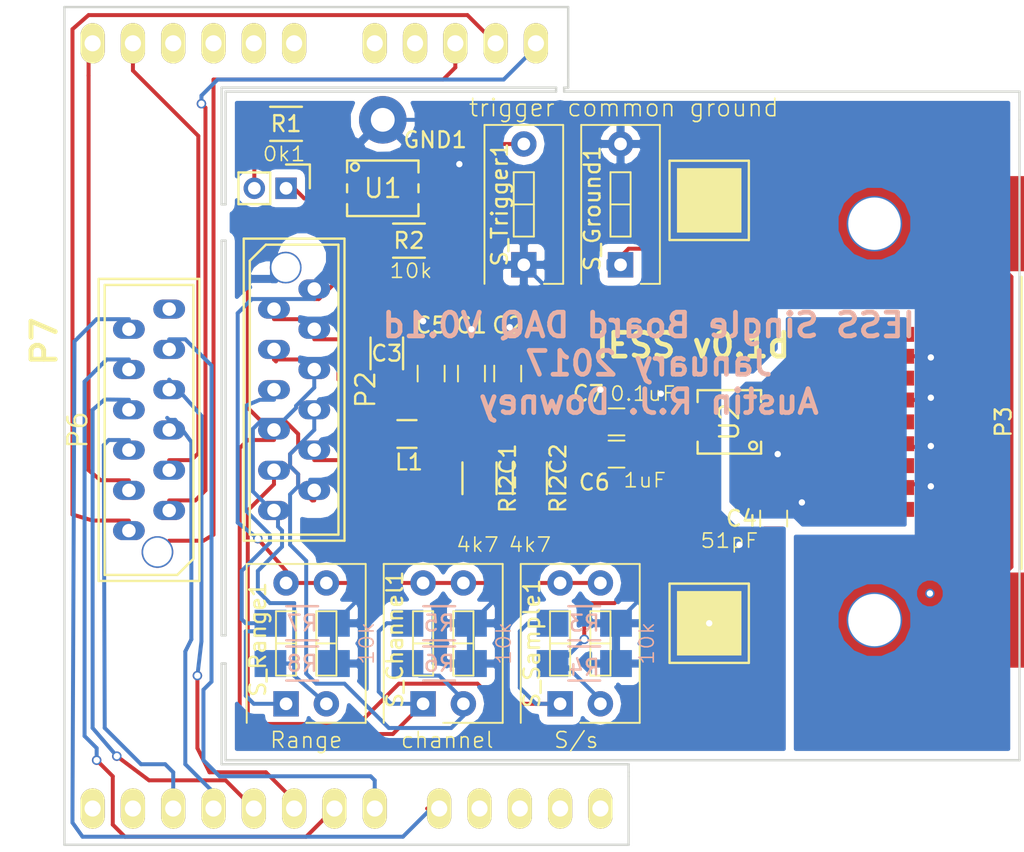
<source format=kicad_pcb>
(kicad_pcb (version 4) (host pcbnew 4.0.5)

  (general
    (links 86)
    (no_connects 0)
    (area 139.28581 79.873499 206.734 133.994501)
    (thickness 1.6)
    (drawings 46)
    (tracks 455)
    (zones 0)
    (modules 33)
    (nets 47)
  )

  (page A4)
  (layers
    (0 F.Cu signal)
    (31 B.Cu signal)
    (32 B.Adhes user hide)
    (33 F.Adhes user hide)
    (34 B.Paste user hide)
    (35 F.Paste user hide)
    (36 B.SilkS user)
    (37 F.SilkS user)
    (38 B.Mask user)
    (39 F.Mask user)
    (40 Dwgs.User user hide)
    (41 Cmts.User user hide)
    (42 Eco1.User user hide)
    (43 Eco2.User user hide)
    (44 Edge.Cuts user)
    (45 Margin user hide)
    (46 B.CrtYd user hide)
    (47 F.CrtYd user hide)
    (48 B.Fab user hide)
    (49 F.Fab user hide)
  )

  (setup
    (last_trace_width 0.25)
    (trace_clearance 0.2)
    (zone_clearance 0.508)
    (zone_45_only yes)
    (trace_min 0.01)
    (segment_width 0.2)
    (edge_width 0.15)
    (via_size 0.6)
    (via_drill 0.4)
    (via_min_size 0.4)
    (via_min_drill 0.3)
    (uvia_size 0.3)
    (uvia_drill 0.1)
    (uvias_allowed no)
    (uvia_min_size 0.2)
    (uvia_min_drill 0.1)
    (pcb_text_width 0.3)
    (pcb_text_size 1.5 1.5)
    (mod_edge_width 0.15)
    (mod_text_size 1 1)
    (mod_text_width 0.15)
    (pad_size 4.064 4.064)
    (pad_drill 0)
    (pad_to_mask_clearance 0.2)
    (aux_axis_origin 0 0)
    (visible_elements 7FFEF7E5)
    (pcbplotparams
      (layerselection 0x010f0_80000001)
      (usegerberextensions false)
      (excludeedgelayer true)
      (linewidth 0.100000)
      (plotframeref false)
      (viasonmask false)
      (mode 1)
      (useauxorigin false)
      (hpglpennumber 1)
      (hpglpenspeed 20)
      (hpglpendiameter 15)
      (hpglpenoverlay 2)
      (psnegative false)
      (psa4output false)
      (plotreference false)
      (plotvalue true)
      (plotinvisibletext false)
      (padsonsilk false)
      (subtractmaskfromsilk false)
      (outputformat 1)
      (mirror false)
      (drillshape 0)
      (scaleselection 1)
      (outputdirectory Gerber/))
  )

  (net 0 "")
  (net 1 +3V3)
  (net 2 GNDA)
  (net 3 "Net-(C4-Pad1)")
  (net 4 "Net-(P1-Pad1)")
  (net 5 "Net-(P1-Pad2)")
  (net 6 +5V)
  (net 7 SDA)
  (net 8 SCL)
  (net 9 "Net-(P2-Pad6)")
  (net 10 "Net-(P2-Pad7)")
  (net 11 "Net-(P2-Pad8)")
  (net 12 "Net-(P2-Pad9)")
  (net 13 "Net-(P2-Pad10)")
  (net 14 "Net-(P2-Pad11)")
  (net 15 trigger)
  (net 16 "Net-(P3-Pad10)")
  (net 17 "Net-(R1-Pad1)")
  (net 18 "Net-(U2-Pad6)")
  (net 19 "Net-(P3-Pad7)")
  (net 20 "Net-(P3-Pad5)")
  (net 21 "Net-(P3-Pad3)")
  (net 22 "Net-(P3-Pad1)")
  (net 23 "Net-(P6-Pad1)")
  (net 24 "Net-(P6-Pad2)")
  (net 25 "Net-(P6-Pad3)")
  (net 26 "Net-(P6-Pad4)")
  (net 27 "Net-(P6-Pad5)")
  (net 28 "Net-(P6-Pad6)")
  (net 29 "Net-(P6-Pad7)")
  (net 30 "Net-(P6-Pad8)")
  (net 31 "Net-(P6-Pad9)")
  (net 32 "Net-(P6-Pad10)")
  (net 33 "Net-(P6-Pad11)")
  (net 34 "Net-(P6-Pad12)")
  (net 35 "Net-(P7-Pad4)")
  (net 36 "Net-(P7-Pad5)")
  (net 37 "Net-(P7-Pad6)")
  (net 38 "Net-(P7-Pad7)")
  (net 39 "Net-(P7-Pad8)")
  (net 40 "Net-(P7-Pad9)")
  (net 41 "Net-(P7-Pad12)")
  (net 42 "Net-(P7-Pad13)")
  (net 43 "Net-(P7-Pad21)")
  (net 44 "Net-(P7-Pad22)")
  (net 45 "Net-(P7-Pad23)")
  (net 46 "Net-(P7-Pad24)")

  (net_class Default "This is the default net class."
    (clearance 0.2)
    (trace_width 0.25)
    (via_dia 0.6)
    (via_drill 0.4)
    (uvia_dia 0.3)
    (uvia_drill 0.1)
    (add_net +3V3)
    (add_net +5V)
    (add_net GNDA)
    (add_net "Net-(C4-Pad1)")
    (add_net "Net-(P1-Pad1)")
    (add_net "Net-(P1-Pad2)")
    (add_net "Net-(P2-Pad10)")
    (add_net "Net-(P2-Pad11)")
    (add_net "Net-(P2-Pad6)")
    (add_net "Net-(P2-Pad7)")
    (add_net "Net-(P2-Pad8)")
    (add_net "Net-(P2-Pad9)")
    (add_net "Net-(P3-Pad1)")
    (add_net "Net-(P3-Pad10)")
    (add_net "Net-(P3-Pad3)")
    (add_net "Net-(P3-Pad5)")
    (add_net "Net-(P3-Pad7)")
    (add_net "Net-(P6-Pad1)")
    (add_net "Net-(P6-Pad10)")
    (add_net "Net-(P6-Pad11)")
    (add_net "Net-(P6-Pad12)")
    (add_net "Net-(P6-Pad2)")
    (add_net "Net-(P6-Pad3)")
    (add_net "Net-(P6-Pad4)")
    (add_net "Net-(P6-Pad5)")
    (add_net "Net-(P6-Pad6)")
    (add_net "Net-(P6-Pad7)")
    (add_net "Net-(P6-Pad8)")
    (add_net "Net-(P6-Pad9)")
    (add_net "Net-(P7-Pad12)")
    (add_net "Net-(P7-Pad13)")
    (add_net "Net-(P7-Pad21)")
    (add_net "Net-(P7-Pad22)")
    (add_net "Net-(P7-Pad23)")
    (add_net "Net-(P7-Pad24)")
    (add_net "Net-(P7-Pad4)")
    (add_net "Net-(P7-Pad5)")
    (add_net "Net-(P7-Pad6)")
    (add_net "Net-(P7-Pad7)")
    (add_net "Net-(P7-Pad8)")
    (add_net "Net-(P7-Pad9)")
    (add_net "Net-(R1-Pad1)")
    (add_net "Net-(U2-Pad6)")
    (add_net SCL)
    (add_net SDA)
    (add_net trigger)
  )

  (module Pin_Headers:Pin_Header_Straight_1x02_Pitch2.00mm (layer F.Cu) (tedit 5881106E) (tstamp 57FA6ABA)
    (at 160.02 91.948 270)
    (descr "Through hole pin header, 1x02, 2.00mm pitch, single row")
    (tags "pin header single row")
    (path /57FA0621)
    (fp_text reference P1 (at 20.066 19.558 360) (layer F.SilkS) hide
      (effects (font (size 1 1) (thickness 0.15)))
    )
    (fp_text value CONN_01X02 (at -1.75 -3.25 270) (layer F.Fab)
      (effects (font (size 1 1) (thickness 0.15)))
    )
    (fp_line (start -1 1) (end 1 1) (layer F.SilkS) (width 0.15))
    (fp_line (start 1 1) (end 1 3) (layer F.SilkS) (width 0.15))
    (fp_line (start 1 3) (end -1 3) (layer F.SilkS) (width 0.15))
    (fp_line (start -1 3) (end -1 1) (layer F.SilkS) (width 0.15))
    (fp_line (start -1.6 -1.6) (end 1.6 -1.6) (layer F.CrtYd) (width 0.05))
    (fp_line (start 1.6 -1.6) (end 1.6 3.6) (layer F.CrtYd) (width 0.05))
    (fp_line (start 1.6 3.6) (end -1.6 3.6) (layer F.CrtYd) (width 0.05))
    (fp_line (start -1.6 3.6) (end -1.6 -1.6) (layer F.CrtYd) (width 0.05))
    (fp_line (start -1.5 0) (end -1.5 -1.5) (layer F.SilkS) (width 0.15))
    (fp_line (start -1.5 -1.5) (end 0 -1.5) (layer F.SilkS) (width 0.15))
    (pad 1 thru_hole rect (at 0 0 270) (size 1.35 1.35) (drill 0.8) (layers *.Cu *.Mask)
      (net 4 "Net-(P1-Pad1)"))
    (pad 2 thru_hole circle (at 0 2 270) (size 1.35 1.35) (drill 0.8) (layers *.Cu *.Mask)
      (net 5 "Net-(P1-Pad2)"))
    (model Pin_Headers.3dshapes/Pin_Header_Straight_1x02_Pitch2.00mm.wrl
      (at (xyz 0 0 0))
      (scale (xyz 1 1 1))
      (rotate (xyz 0 0 0))
    )
  )

  (module Downey:EL3H7 (layer F.Cu) (tedit 58810845) (tstamp 57FA6C15)
    (at 166.116 91.948 270)
    (path /57FAE758)
    (fp_text reference U1 (at 0 0 360) (layer F.SilkS)
      (effects (font (size 1.2 1.2) (thickness 0.15)))
    )
    (fp_text value EL3H7 (at 3 0 360) (layer F.Fab)
      (effects (font (size 1.2 1.2) (thickness 0.15)))
    )
    (fp_circle (center -1.35 1.75) (end -1.1 1.75) (layer F.SilkS) (width 0.15))
    (fp_line (start 0.25 -2.25) (end -0.25 -2.25) (layer F.SilkS) (width 0.15))
    (fp_line (start 1 2.25) (end 1.5 2.25) (layer F.SilkS) (width 0.15))
    (fp_line (start 1.5 2.25) (end 1.75 2.25) (layer F.SilkS) (width 0.15))
    (fp_line (start 1.75 2.25) (end 1.75 -2.25) (layer F.SilkS) (width 0.15))
    (fp_line (start 1.75 -2.25) (end 1 -2.25) (layer F.SilkS) (width 0.15))
    (fp_line (start -0.25 2.25) (end 0.25 2.25) (layer F.SilkS) (width 0.15))
    (fp_line (start -1 -2.25) (end -1.75 -2.25) (layer F.SilkS) (width 0.15))
    (fp_line (start -1.75 -2.25) (end -1.75 2.25) (layer F.SilkS) (width 0.15))
    (fp_line (start -1.75 2.25) (end -1 2.25) (layer F.SilkS) (width 0.15))
    (pad 4 smd rect (at -0.635 -2.6 270) (size 0.6 2.5) (layers F.Cu F.Paste F.Mask)
      (net 15 trigger))
    (pad 1 smd rect (at -0.635 2.6 270) (size 0.6 2.5) (layers F.Cu F.Paste F.Mask)
      (net 17 "Net-(R1-Pad1)"))
    (pad 3 smd rect (at 0.635 -2.6 270) (size 0.6 2.5) (layers F.Cu F.Paste F.Mask)
      (net 2 GNDA))
    (pad 2 smd rect (at 0.635 2.6 270) (size 0.6 2.5) (layers F.Cu F.Paste F.Mask)
      (net 4 "Net-(P1-Pad1)"))
    (model /home/downey/KiKad_Libary_Downey/Downey/3D/walter/smd_dil/mfp-4.wrl
      (at (xyz 0 0 0))
      (scale (xyz 1 1 1))
      (rotate (xyz 0 0 0))
    )
  )

  (module Downey:SOIC_10_FDC1004 (layer F.Cu) (tedit 588108B5) (tstamp 57FA6C2D)
    (at 187.96 106.68 90)
    (path /57FA6132)
    (fp_text reference U2 (at 0 0 270) (layer F.SilkS)
      (effects (font (size 1.2 1.2) (thickness 0.15)))
    )
    (fp_text value FDC1004custom (at 3.5 -0.1 180) (layer F.Fab)
      (effects (font (size 1.2 1.2) (thickness 0.15)))
    )
    (fp_line (start 2 2) (end 2 -2) (layer F.SilkS) (width 0.15))
    (fp_line (start 2 -2) (end 1.75 -2) (layer F.SilkS) (width 0.15))
    (fp_line (start 2 2) (end 1.75 2) (layer F.SilkS) (width 0.15))
    (fp_circle (center -1.5 1.5) (end -1.5 1.75) (layer F.SilkS) (width 0.15))
    (fp_line (start -1.25 2) (end -2 2) (layer F.SilkS) (width 0.15))
    (fp_line (start -2 2) (end -2 -2) (layer F.SilkS) (width 0.15))
    (fp_line (start -2 -2) (end -1.75 -2) (layer F.SilkS) (width 0.15))
    (fp_line (start 1.25 -2) (end 1.75 -2) (layer F.SilkS) (width 0.15))
    (fp_line (start 1.75 2) (end 1.25 2) (layer F.SilkS) (width 0.15))
    (fp_line (start -1.75 -2) (end -1.25 -2) (layer F.SilkS) (width 0.15))
    (pad 10 smd rect (at -1 -2.25 90) (size 0.27 2.5) (layers F.Cu F.Paste F.Mask)
      (net 7 SDA))
    (pad 1 smd rect (at -1 2.25 90) (size 0.27 2.5) (layers F.Cu F.Paste F.Mask)
      (net 3 "Net-(C4-Pad1)"))
    (pad 9 smd rect (at -0.5 -2.25 90) (size 0.27 2.5) (layers F.Cu F.Paste F.Mask)
      (net 8 SCL))
    (pad 2 smd rect (at -0.5 2.25 90) (size 0.27 2.5) (layers F.Cu F.Paste F.Mask)
      (net 19 "Net-(P3-Pad7)"))
    (pad 8 smd rect (at 0 -2.25 90) (size 0.27 2.5) (layers F.Cu F.Paste F.Mask)
      (net 1 +3V3))
    (pad 3 smd rect (at 0 2.25 90) (size 0.27 2.5) (layers F.Cu F.Paste F.Mask)
      (net 20 "Net-(P3-Pad5)"))
    (pad 7 smd rect (at 0.5 -2.25 90) (size 0.27 2.5) (layers F.Cu F.Paste F.Mask)
      (net 2 GNDA))
    (pad 4 smd rect (at 0.5 2.25 90) (size 0.27 2.5) (layers F.Cu F.Paste F.Mask)
      (net 21 "Net-(P3-Pad3)"))
    (pad 6 smd rect (at 1 -2.25 90) (size 0.27 2.5) (layers F.Cu F.Paste F.Mask)
      (net 18 "Net-(U2-Pad6)"))
    (pad 5 smd rect (at 1 2.25 90) (size 0.27 2.5) (layers F.Cu F.Paste F.Mask)
      (net 22 "Net-(P3-Pad1)"))
    (model /home/downey/KiKad_Libary_Downey/Downey/3D/walter/smd_dil/msoic-10.wrl
      (at (xyz 0 0 0))
      (scale (xyz 1 1 1))
      (rotate (xyz 0 0 0))
    )
  )

  (module SMD_Packages:1Pin (layer F.Cu) (tedit 5801FD5F) (tstamp 57FA8C6B)
    (at 186.69 119.38)
    (descr "module 1 pin (ou trou mecanique de percage)")
    (tags DEV)
    (path /57FAA173)
    (fp_text reference P4 (at 0 -3.50012) (layer F.SilkS) hide
      (effects (font (size 1 1) (thickness 0.15)))
    )
    (fp_text value CONN_01X01 (at 0.24892 3.74904) (layer F.Fab)
      (effects (font (size 1 1) (thickness 0.15)))
    )
    (fp_line (start -2.49936 -2.49936) (end 2.49936 -2.49936) (layer F.SilkS) (width 0.15))
    (fp_line (start 2.49936 -2.49936) (end 2.49936 2.49936) (layer F.SilkS) (width 0.15))
    (fp_line (start 2.49936 2.49936) (end -2.49936 2.49936) (layer F.SilkS) (width 0.15))
    (fp_line (start -2.49936 2.49936) (end -2.49936 -2.49936) (layer F.SilkS) (width 0.15))
    (pad 1 smd rect (at 0 0) (size 4.064 4.064) (layers F.Cu F.Paste F.SilkS F.Mask)
      (net 2 GNDA))
  )

  (module SMD_Packages:1Pin (layer F.Cu) (tedit 586D696D) (tstamp 57FA8C70)
    (at 186.69 92.71)
    (descr "module 1 pin (ou trou mecanique de percage)")
    (tags DEV)
    (path /57FAA0FE)
    (fp_text reference P5 (at 0 -3.50012) (layer F.SilkS) hide
      (effects (font (size 1 1) (thickness 0.15)))
    )
    (fp_text value CONN_01X01 (at 0.24892 3.74904) (layer F.Fab)
      (effects (font (size 1 1) (thickness 0.15)))
    )
    (fp_line (start -2.49936 -2.49936) (end 2.49936 -2.49936) (layer F.SilkS) (width 0.15))
    (fp_line (start 2.49936 -2.49936) (end 2.49936 2.49936) (layer F.SilkS) (width 0.15))
    (fp_line (start 2.49936 2.49936) (end -2.49936 2.49936) (layer F.SilkS) (width 0.15))
    (fp_line (start -2.49936 2.49936) (end -2.49936 -2.49936) (layer F.SilkS) (width 0.15))
    (pad 1 smd rect (at 0 0) (size 4.064 4.064) (layers F.Cu F.Paste F.SilkS F.Mask)
      (net 2 GNDA))
  )

  (module Capacitors_SMD:C_1206_HandSoldering (layer F.Cu) (tedit 58810AC1) (tstamp 5801EDFC)
    (at 166.37 102.362 90)
    (descr "Capacitor SMD 1206, hand soldering")
    (tags "capacitor 1206")
    (path /57FA96A1)
    (attr smd)
    (fp_text reference C3 (at 0 0 180) (layer F.SilkS)
      (effects (font (size 1 1) (thickness 0.15)))
    )
    (fp_text value 100uF (at 4.1 0.2 180) (layer F.Fab)
      (effects (font (size 1 1) (thickness 0.15)))
    )
    (fp_line (start -1.6 0.8) (end -1.6 -0.8) (layer F.Fab) (width 0.15))
    (fp_line (start 1.6 0.8) (end -1.6 0.8) (layer F.Fab) (width 0.15))
    (fp_line (start 1.6 -0.8) (end 1.6 0.8) (layer F.Fab) (width 0.15))
    (fp_line (start -1.6 -0.8) (end 1.6 -0.8) (layer F.Fab) (width 0.15))
    (fp_line (start -3.3 -1.15) (end 3.3 -1.15) (layer F.CrtYd) (width 0.05))
    (fp_line (start -3.3 1.15) (end 3.3 1.15) (layer F.CrtYd) (width 0.05))
    (fp_line (start -3.3 -1.15) (end -3.3 1.15) (layer F.CrtYd) (width 0.05))
    (fp_line (start 3.3 -1.15) (end 3.3 1.15) (layer F.CrtYd) (width 0.05))
    (fp_line (start 1 -1.025) (end -1 -1.025) (layer F.SilkS) (width 0.15))
    (fp_line (start -1 1.025) (end 1 1.025) (layer F.SilkS) (width 0.15))
    (pad 1 smd rect (at -2 0 90) (size 2 1.6) (layers F.Cu F.Paste F.Mask)
      (net 1 +3V3))
    (pad 2 smd rect (at 2 0 90) (size 2 1.6) (layers F.Cu F.Paste F.Mask)
      (net 2 GNDA))
    (model Capacitors_SMD.3dshapes/C_1206_HandSoldering.wrl
      (at (xyz 0 0 0))
      (scale (xyz 1 1 1))
      (rotate (xyz 0 0 0))
    )
  )

  (module Measurement_Points:Measurement_Point_Round-TH_Big (layer F.Cu) (tedit 58810854) (tstamp 586D61C8)
    (at 166.116 87.63)
    (descr "Mesurement Point, Round, Trough Hole,  DM 3mm, Drill 1.5mm,")
    (tags "Mesurement Point Round Trough Hole 3mm 1.5mm")
    (path /5801FC3D)
    (attr virtual)
    (fp_text reference GND1 (at 3.302 1.27) (layer F.SilkS)
      (effects (font (size 1 1) (thickness 0.15)))
    )
    (fp_text value TEST_1P (at 0 3) (layer F.Fab)
      (effects (font (size 1 1) (thickness 0.15)))
    )
    (fp_circle (center 0 0) (end 1.75 0) (layer F.CrtYd) (width 0.05))
    (pad 1 thru_hole circle (at 0 0) (size 3 3) (drill 1.5) (layers *.Cu *.Mask)
      (net 2 GNDA))
  )

  (module Buttons_Switches_ThroughHole:SW_DIP_x2_W7.62mm_Slide (layer F.Cu) (tedit 588107CA) (tstamp 586D6305)
    (at 168.656 124.46 90)
    (descr "2x-dip-switch, Slide, row spacing 7.62 mm (300 mils)")
    (tags "DIP Switch Slide 7.62mm 300mil")
    (path /57FA1B0F)
    (fp_text reference S_Channel1 (at 4.064 -1.778 90) (layer F.SilkS)
      (effects (font (size 1 1) (thickness 0.15)))
    )
    (fp_text value DIPS_02 (at 3.81 6.02 90) (layer F.Fab)
      (effects (font (size 1 1) (thickness 0.15)))
    )
    (fp_line (start -0.08 -2.36) (end 8.7 -2.36) (layer F.Fab) (width 0.1))
    (fp_line (start 8.7 -2.36) (end 8.7 4.9) (layer F.Fab) (width 0.1))
    (fp_line (start 8.7 4.9) (end -1.08 4.9) (layer F.Fab) (width 0.1))
    (fp_line (start -1.08 4.9) (end -1.08 -1.36) (layer F.Fab) (width 0.1))
    (fp_line (start -1.08 -1.36) (end -0.08 -2.36) (layer F.Fab) (width 0.1))
    (fp_line (start 1.78 -0.635) (end 1.78 0.635) (layer F.Fab) (width 0.1))
    (fp_line (start 1.78 0.635) (end 5.84 0.635) (layer F.Fab) (width 0.1))
    (fp_line (start 5.84 0.635) (end 5.84 -0.635) (layer F.Fab) (width 0.1))
    (fp_line (start 5.84 -0.635) (end 1.78 -0.635) (layer F.Fab) (width 0.1))
    (fp_line (start 3.81 -0.635) (end 3.81 0.635) (layer F.Fab) (width 0.1))
    (fp_line (start 1.78 1.905) (end 1.78 3.175) (layer F.Fab) (width 0.1))
    (fp_line (start 1.78 3.175) (end 5.84 3.175) (layer F.Fab) (width 0.1))
    (fp_line (start 5.84 3.175) (end 5.84 1.905) (layer F.Fab) (width 0.1))
    (fp_line (start 5.84 1.905) (end 1.78 1.905) (layer F.Fab) (width 0.1))
    (fp_line (start 3.81 1.905) (end 3.81 3.175) (layer F.Fab) (width 0.1))
    (fp_line (start -1.2 -2.48) (end 8.82 -2.48) (layer F.SilkS) (width 0.12))
    (fp_line (start 8.82 -2.48) (end 8.82 5.02) (layer F.SilkS) (width 0.12))
    (fp_line (start 8.82 5.02) (end -1.2 5.02) (layer F.SilkS) (width 0.12))
    (fp_line (start -1.2 5.02) (end -1.2 1.27) (layer F.SilkS) (width 0.12))
    (fp_line (start 1.78 -0.635) (end 1.78 0.635) (layer F.SilkS) (width 0.12))
    (fp_line (start 1.78 0.635) (end 5.84 0.635) (layer F.SilkS) (width 0.12))
    (fp_line (start 5.84 0.635) (end 5.84 -0.635) (layer F.SilkS) (width 0.12))
    (fp_line (start 5.84 -0.635) (end 1.78 -0.635) (layer F.SilkS) (width 0.12))
    (fp_line (start 3.81 -0.635) (end 3.81 0.635) (layer F.SilkS) (width 0.12))
    (fp_line (start 1.78 1.905) (end 1.78 3.175) (layer F.SilkS) (width 0.12))
    (fp_line (start 1.78 3.175) (end 5.84 3.175) (layer F.SilkS) (width 0.12))
    (fp_line (start 5.84 3.175) (end 5.84 1.905) (layer F.SilkS) (width 0.12))
    (fp_line (start 5.84 1.905) (end 1.78 1.905) (layer F.SilkS) (width 0.12))
    (fp_line (start 3.81 1.905) (end 3.81 3.175) (layer F.SilkS) (width 0.12))
    (fp_line (start -1.4 -2.7) (end -1.4 5.2) (layer F.CrtYd) (width 0.05))
    (fp_line (start -1.4 5.2) (end 9 5.2) (layer F.CrtYd) (width 0.05))
    (fp_line (start 9 5.2) (end 9 -2.7) (layer F.CrtYd) (width 0.05))
    (fp_line (start 9 -2.7) (end -1.4 -2.7) (layer F.CrtYd) (width 0.05))
    (pad 1 thru_hole rect (at 0 0 90) (size 1.6 1.6) (drill 0.8) (layers *.Cu *.Mask)
      (net 12 "Net-(P2-Pad9)"))
    (pad 3 thru_hole oval (at 7.62 2.54 90) (size 1.6 1.6) (drill 0.8) (layers *.Cu *.Mask)
      (net 6 +5V))
    (pad 2 thru_hole oval (at 0 2.54 90) (size 1.6 1.6) (drill 0.8) (layers *.Cu *.Mask)
      (net 11 "Net-(P2-Pad8)"))
    (pad 4 thru_hole oval (at 7.62 0 90) (size 1.6 1.6) (drill 0.8) (layers *.Cu *.Mask)
      (net 6 +5V))
    (model Buttons_Switches_ThroughHole.3dshapes/SW_DIP_x2_W7.62mm_Slide.wrl
      (at (xyz 0 0 0))
      (scale (xyz 1 1 1))
      (rotate (xyz 0 0 90))
    )
  )

  (module Buttons_Switches_ThroughHole:SW_DIP_x1_W7.62mm_Slide (layer F.Cu) (tedit 58810857) (tstamp 586D6322)
    (at 181.102 96.774 90)
    (descr "1x-dip-switch, Slide, row spacing 7.62 mm (300 mils)")
    (tags "DIP Switch Slide 7.62mm 300mil")
    (path /57FA3888)
    (fp_text reference S_Ground1 (at 3.556 -1.778 90) (layer F.SilkS)
      (effects (font (size 1 1) (thickness 0.15)))
    )
    (fp_text value DIPS_01 (at 3.81 3.48 90) (layer F.Fab)
      (effects (font (size 1 1) (thickness 0.15)))
    )
    (fp_line (start -0.08 -2.36) (end 8.7 -2.36) (layer F.Fab) (width 0.1))
    (fp_line (start 8.7 -2.36) (end 8.7 2.36) (layer F.Fab) (width 0.1))
    (fp_line (start 8.7 2.36) (end -1.08 2.36) (layer F.Fab) (width 0.1))
    (fp_line (start -1.08 2.36) (end -1.08 -1.36) (layer F.Fab) (width 0.1))
    (fp_line (start -1.08 -1.36) (end -0.08 -2.36) (layer F.Fab) (width 0.1))
    (fp_line (start 1.78 -0.635) (end 1.78 0.635) (layer F.Fab) (width 0.1))
    (fp_line (start 1.78 0.635) (end 5.84 0.635) (layer F.Fab) (width 0.1))
    (fp_line (start 5.84 0.635) (end 5.84 -0.635) (layer F.Fab) (width 0.1))
    (fp_line (start 5.84 -0.635) (end 1.78 -0.635) (layer F.Fab) (width 0.1))
    (fp_line (start 3.81 -0.635) (end 3.81 0.635) (layer F.Fab) (width 0.1))
    (fp_line (start -1.2 -2.48) (end 8.82 -2.48) (layer F.SilkS) (width 0.12))
    (fp_line (start 8.82 -2.48) (end 8.82 2.48) (layer F.SilkS) (width 0.12))
    (fp_line (start 8.82 2.48) (end -1.2 2.48) (layer F.SilkS) (width 0.12))
    (fp_line (start -1.2 2.48) (end -1.2 1.27) (layer F.SilkS) (width 0.12))
    (fp_line (start 1.78 -0.635) (end 1.78 0.635) (layer F.SilkS) (width 0.12))
    (fp_line (start 1.78 0.635) (end 5.84 0.635) (layer F.SilkS) (width 0.12))
    (fp_line (start 5.84 0.635) (end 5.84 -0.635) (layer F.SilkS) (width 0.12))
    (fp_line (start 5.84 -0.635) (end 1.78 -0.635) (layer F.SilkS) (width 0.12))
    (fp_line (start 3.81 -0.635) (end 3.81 0.635) (layer F.SilkS) (width 0.12))
    (fp_line (start -1.4 -2.7) (end -1.4 2.7) (layer F.CrtYd) (width 0.05))
    (fp_line (start -1.4 2.7) (end 9 2.7) (layer F.CrtYd) (width 0.05))
    (fp_line (start 9 2.7) (end 9 -2.7) (layer F.CrtYd) (width 0.05))
    (fp_line (start 9 -2.7) (end -1.4 -2.7) (layer F.CrtYd) (width 0.05))
    (pad 1 thru_hole rect (at 0 0 90) (size 1.6 1.6) (drill 0.8) (layers *.Cu *.Mask)
      (net 16 "Net-(P3-Pad10)"))
    (pad 2 thru_hole oval (at 7.62 0 90) (size 1.6 1.6) (drill 0.8) (layers *.Cu *.Mask)
      (net 2 GNDA))
    (model Buttons_Switches_ThroughHole.3dshapes/SW_DIP_x1_W7.62mm_Slide.wrl
      (at (xyz 0 0 0))
      (scale (xyz 1 1 1))
      (rotate (xyz 0 0 90))
    )
  )

  (module Buttons_Switches_ThroughHole:SW_DIP_x2_W7.62mm_Slide (layer F.Cu) (tedit 588107C7) (tstamp 586D634B)
    (at 160.02 124.46 90)
    (descr "2x-dip-switch, Slide, row spacing 7.62 mm (300 mils)")
    (tags "DIP Switch Slide 7.62mm 300mil")
    (path /57FA13E3)
    (fp_text reference S_Range1 (at 4.064 -1.778 90) (layer F.SilkS)
      (effects (font (size 1 1) (thickness 0.15)))
    )
    (fp_text value DIPS_02 (at 3.81 6.02 90) (layer F.Fab)
      (effects (font (size 1 1) (thickness 0.15)))
    )
    (fp_line (start -0.08 -2.36) (end 8.7 -2.36) (layer F.Fab) (width 0.1))
    (fp_line (start 8.7 -2.36) (end 8.7 4.9) (layer F.Fab) (width 0.1))
    (fp_line (start 8.7 4.9) (end -1.08 4.9) (layer F.Fab) (width 0.1))
    (fp_line (start -1.08 4.9) (end -1.08 -1.36) (layer F.Fab) (width 0.1))
    (fp_line (start -1.08 -1.36) (end -0.08 -2.36) (layer F.Fab) (width 0.1))
    (fp_line (start 1.78 -0.635) (end 1.78 0.635) (layer F.Fab) (width 0.1))
    (fp_line (start 1.78 0.635) (end 5.84 0.635) (layer F.Fab) (width 0.1))
    (fp_line (start 5.84 0.635) (end 5.84 -0.635) (layer F.Fab) (width 0.1))
    (fp_line (start 5.84 -0.635) (end 1.78 -0.635) (layer F.Fab) (width 0.1))
    (fp_line (start 3.81 -0.635) (end 3.81 0.635) (layer F.Fab) (width 0.1))
    (fp_line (start 1.78 1.905) (end 1.78 3.175) (layer F.Fab) (width 0.1))
    (fp_line (start 1.78 3.175) (end 5.84 3.175) (layer F.Fab) (width 0.1))
    (fp_line (start 5.84 3.175) (end 5.84 1.905) (layer F.Fab) (width 0.1))
    (fp_line (start 5.84 1.905) (end 1.78 1.905) (layer F.Fab) (width 0.1))
    (fp_line (start 3.81 1.905) (end 3.81 3.175) (layer F.Fab) (width 0.1))
    (fp_line (start -1.2 -2.48) (end 8.82 -2.48) (layer F.SilkS) (width 0.12))
    (fp_line (start 8.82 -2.48) (end 8.82 5.02) (layer F.SilkS) (width 0.12))
    (fp_line (start 8.82 5.02) (end -1.2 5.02) (layer F.SilkS) (width 0.12))
    (fp_line (start -1.2 5.02) (end -1.2 1.27) (layer F.SilkS) (width 0.12))
    (fp_line (start 1.78 -0.635) (end 1.78 0.635) (layer F.SilkS) (width 0.12))
    (fp_line (start 1.78 0.635) (end 5.84 0.635) (layer F.SilkS) (width 0.12))
    (fp_line (start 5.84 0.635) (end 5.84 -0.635) (layer F.SilkS) (width 0.12))
    (fp_line (start 5.84 -0.635) (end 1.78 -0.635) (layer F.SilkS) (width 0.12))
    (fp_line (start 3.81 -0.635) (end 3.81 0.635) (layer F.SilkS) (width 0.12))
    (fp_line (start 1.78 1.905) (end 1.78 3.175) (layer F.SilkS) (width 0.12))
    (fp_line (start 1.78 3.175) (end 5.84 3.175) (layer F.SilkS) (width 0.12))
    (fp_line (start 5.84 3.175) (end 5.84 1.905) (layer F.SilkS) (width 0.12))
    (fp_line (start 5.84 1.905) (end 1.78 1.905) (layer F.SilkS) (width 0.12))
    (fp_line (start 3.81 1.905) (end 3.81 3.175) (layer F.SilkS) (width 0.12))
    (fp_line (start -1.4 -2.7) (end -1.4 5.2) (layer F.CrtYd) (width 0.05))
    (fp_line (start -1.4 5.2) (end 9 5.2) (layer F.CrtYd) (width 0.05))
    (fp_line (start 9 5.2) (end 9 -2.7) (layer F.CrtYd) (width 0.05))
    (fp_line (start 9 -2.7) (end -1.4 -2.7) (layer F.CrtYd) (width 0.05))
    (pad 1 thru_hole rect (at 0 0 90) (size 1.6 1.6) (drill 0.8) (layers *.Cu *.Mask)
      (net 10 "Net-(P2-Pad7)"))
    (pad 3 thru_hole oval (at 7.62 2.54 90) (size 1.6 1.6) (drill 0.8) (layers *.Cu *.Mask)
      (net 6 +5V))
    (pad 2 thru_hole oval (at 0 2.54 90) (size 1.6 1.6) (drill 0.8) (layers *.Cu *.Mask)
      (net 9 "Net-(P2-Pad6)"))
    (pad 4 thru_hole oval (at 7.62 0 90) (size 1.6 1.6) (drill 0.8) (layers *.Cu *.Mask)
      (net 6 +5V))
    (model Buttons_Switches_ThroughHole.3dshapes/SW_DIP_x2_W7.62mm_Slide.wrl
      (at (xyz 0 0 0))
      (scale (xyz 1 1 1))
      (rotate (xyz 0 0 90))
    )
  )

  (module Buttons_Switches_ThroughHole:SW_DIP_x2_W7.62mm_Slide (layer F.Cu) (tedit 588107CD) (tstamp 586D6374)
    (at 177.292 124.46 90)
    (descr "2x-dip-switch, Slide, row spacing 7.62 mm (300 mils)")
    (tags "DIP Switch Slide 7.62mm 300mil")
    (path /57FA1BAD)
    (fp_text reference S_Sample1 (at 3.81 -1.778 90) (layer F.SilkS)
      (effects (font (size 1 1) (thickness 0.15)))
    )
    (fp_text value DIPS_02 (at 3.81 6.02 90) (layer F.Fab)
      (effects (font (size 1 1) (thickness 0.15)))
    )
    (fp_line (start -0.08 -2.36) (end 8.7 -2.36) (layer F.Fab) (width 0.1))
    (fp_line (start 8.7 -2.36) (end 8.7 4.9) (layer F.Fab) (width 0.1))
    (fp_line (start 8.7 4.9) (end -1.08 4.9) (layer F.Fab) (width 0.1))
    (fp_line (start -1.08 4.9) (end -1.08 -1.36) (layer F.Fab) (width 0.1))
    (fp_line (start -1.08 -1.36) (end -0.08 -2.36) (layer F.Fab) (width 0.1))
    (fp_line (start 1.78 -0.635) (end 1.78 0.635) (layer F.Fab) (width 0.1))
    (fp_line (start 1.78 0.635) (end 5.84 0.635) (layer F.Fab) (width 0.1))
    (fp_line (start 5.84 0.635) (end 5.84 -0.635) (layer F.Fab) (width 0.1))
    (fp_line (start 5.84 -0.635) (end 1.78 -0.635) (layer F.Fab) (width 0.1))
    (fp_line (start 3.81 -0.635) (end 3.81 0.635) (layer F.Fab) (width 0.1))
    (fp_line (start 1.78 1.905) (end 1.78 3.175) (layer F.Fab) (width 0.1))
    (fp_line (start 1.78 3.175) (end 5.84 3.175) (layer F.Fab) (width 0.1))
    (fp_line (start 5.84 3.175) (end 5.84 1.905) (layer F.Fab) (width 0.1))
    (fp_line (start 5.84 1.905) (end 1.78 1.905) (layer F.Fab) (width 0.1))
    (fp_line (start 3.81 1.905) (end 3.81 3.175) (layer F.Fab) (width 0.1))
    (fp_line (start -1.2 -2.48) (end 8.82 -2.48) (layer F.SilkS) (width 0.12))
    (fp_line (start 8.82 -2.48) (end 8.82 5.02) (layer F.SilkS) (width 0.12))
    (fp_line (start 8.82 5.02) (end -1.2 5.02) (layer F.SilkS) (width 0.12))
    (fp_line (start -1.2 5.02) (end -1.2 1.27) (layer F.SilkS) (width 0.12))
    (fp_line (start 1.78 -0.635) (end 1.78 0.635) (layer F.SilkS) (width 0.12))
    (fp_line (start 1.78 0.635) (end 5.84 0.635) (layer F.SilkS) (width 0.12))
    (fp_line (start 5.84 0.635) (end 5.84 -0.635) (layer F.SilkS) (width 0.12))
    (fp_line (start 5.84 -0.635) (end 1.78 -0.635) (layer F.SilkS) (width 0.12))
    (fp_line (start 3.81 -0.635) (end 3.81 0.635) (layer F.SilkS) (width 0.12))
    (fp_line (start 1.78 1.905) (end 1.78 3.175) (layer F.SilkS) (width 0.12))
    (fp_line (start 1.78 3.175) (end 5.84 3.175) (layer F.SilkS) (width 0.12))
    (fp_line (start 5.84 3.175) (end 5.84 1.905) (layer F.SilkS) (width 0.12))
    (fp_line (start 5.84 1.905) (end 1.78 1.905) (layer F.SilkS) (width 0.12))
    (fp_line (start 3.81 1.905) (end 3.81 3.175) (layer F.SilkS) (width 0.12))
    (fp_line (start -1.4 -2.7) (end -1.4 5.2) (layer F.CrtYd) (width 0.05))
    (fp_line (start -1.4 5.2) (end 9 5.2) (layer F.CrtYd) (width 0.05))
    (fp_line (start 9 5.2) (end 9 -2.7) (layer F.CrtYd) (width 0.05))
    (fp_line (start 9 -2.7) (end -1.4 -2.7) (layer F.CrtYd) (width 0.05))
    (pad 1 thru_hole rect (at 0 0 90) (size 1.6 1.6) (drill 0.8) (layers *.Cu *.Mask)
      (net 14 "Net-(P2-Pad11)"))
    (pad 3 thru_hole oval (at 7.62 2.54 90) (size 1.6 1.6) (drill 0.8) (layers *.Cu *.Mask)
      (net 6 +5V))
    (pad 2 thru_hole oval (at 0 2.54 90) (size 1.6 1.6) (drill 0.8) (layers *.Cu *.Mask)
      (net 13 "Net-(P2-Pad10)"))
    (pad 4 thru_hole oval (at 7.62 0 90) (size 1.6 1.6) (drill 0.8) (layers *.Cu *.Mask)
      (net 6 +5V))
    (model Buttons_Switches_ThroughHole.3dshapes/SW_DIP_x2_W7.62mm_Slide.wrl
      (at (xyz 0 0 0))
      (scale (xyz 1 1 1))
      (rotate (xyz 0 0 90))
    )
  )

  (module Buttons_Switches_ThroughHole:SW_DIP_x1_W7.62mm_Slide (layer F.Cu) (tedit 58810850) (tstamp 586D6391)
    (at 175.006 96.774 90)
    (descr "1x-dip-switch, Slide, row spacing 7.62 mm (300 mils)")
    (tags "DIP Switch Slide 7.62mm 300mil")
    (path /57FA3B05)
    (fp_text reference S_Trigger1 (at 3.81 -1.524 90) (layer F.SilkS)
      (effects (font (size 1 1) (thickness 0.15)))
    )
    (fp_text value DIPS_01 (at 3.81 3.48 90) (layer F.Fab)
      (effects (font (size 1 1) (thickness 0.15)))
    )
    (fp_line (start -0.08 -2.36) (end 8.7 -2.36) (layer F.Fab) (width 0.1))
    (fp_line (start 8.7 -2.36) (end 8.7 2.36) (layer F.Fab) (width 0.1))
    (fp_line (start 8.7 2.36) (end -1.08 2.36) (layer F.Fab) (width 0.1))
    (fp_line (start -1.08 2.36) (end -1.08 -1.36) (layer F.Fab) (width 0.1))
    (fp_line (start -1.08 -1.36) (end -0.08 -2.36) (layer F.Fab) (width 0.1))
    (fp_line (start 1.78 -0.635) (end 1.78 0.635) (layer F.Fab) (width 0.1))
    (fp_line (start 1.78 0.635) (end 5.84 0.635) (layer F.Fab) (width 0.1))
    (fp_line (start 5.84 0.635) (end 5.84 -0.635) (layer F.Fab) (width 0.1))
    (fp_line (start 5.84 -0.635) (end 1.78 -0.635) (layer F.Fab) (width 0.1))
    (fp_line (start 3.81 -0.635) (end 3.81 0.635) (layer F.Fab) (width 0.1))
    (fp_line (start -1.2 -2.48) (end 8.82 -2.48) (layer F.SilkS) (width 0.12))
    (fp_line (start 8.82 -2.48) (end 8.82 2.48) (layer F.SilkS) (width 0.12))
    (fp_line (start 8.82 2.48) (end -1.2 2.48) (layer F.SilkS) (width 0.12))
    (fp_line (start -1.2 2.48) (end -1.2 1.27) (layer F.SilkS) (width 0.12))
    (fp_line (start 1.78 -0.635) (end 1.78 0.635) (layer F.SilkS) (width 0.12))
    (fp_line (start 1.78 0.635) (end 5.84 0.635) (layer F.SilkS) (width 0.12))
    (fp_line (start 5.84 0.635) (end 5.84 -0.635) (layer F.SilkS) (width 0.12))
    (fp_line (start 5.84 -0.635) (end 1.78 -0.635) (layer F.SilkS) (width 0.12))
    (fp_line (start 3.81 -0.635) (end 3.81 0.635) (layer F.SilkS) (width 0.12))
    (fp_line (start -1.4 -2.7) (end -1.4 2.7) (layer F.CrtYd) (width 0.05))
    (fp_line (start -1.4 2.7) (end 9 2.7) (layer F.CrtYd) (width 0.05))
    (fp_line (start 9 2.7) (end 9 -2.7) (layer F.CrtYd) (width 0.05))
    (fp_line (start 9 -2.7) (end -1.4 -2.7) (layer F.CrtYd) (width 0.05))
    (pad 1 thru_hole rect (at 0 0 90) (size 1.6 1.6) (drill 0.8) (layers *.Cu *.Mask)
      (net 2 GNDA))
    (pad 2 thru_hole oval (at 7.62 0 90) (size 1.6 1.6) (drill 0.8) (layers *.Cu *.Mask)
      (net 15 trigger))
    (model Buttons_Switches_ThroughHole.3dshapes/SW_DIP_x1_W7.62mm_Slide.wrl
      (at (xyz 0 0 0))
      (scale (xyz 1 1 1))
      (rotate (xyz 0 0 90))
    )
  )

  (module Resistors_SMD:R_1206_HandSoldering (layer F.Cu) (tedit 5881084A) (tstamp 587F9741)
    (at 160.02 87.884 180)
    (descr "Resistor SMD 1206, hand soldering")
    (tags "resistor 1206")
    (path /57FA0735)
    (attr smd)
    (fp_text reference R1 (at 0 0 180) (layer F.SilkS)
      (effects (font (size 1 1) (thickness 0.15)))
    )
    (fp_text value 0k1 (at 0 2.3 180) (layer F.Fab)
      (effects (font (size 1 1) (thickness 0.15)))
    )
    (fp_line (start -1.6 0.8) (end -1.6 -0.8) (layer F.Fab) (width 0.1))
    (fp_line (start 1.6 0.8) (end -1.6 0.8) (layer F.Fab) (width 0.1))
    (fp_line (start 1.6 -0.8) (end 1.6 0.8) (layer F.Fab) (width 0.1))
    (fp_line (start -1.6 -0.8) (end 1.6 -0.8) (layer F.Fab) (width 0.1))
    (fp_line (start -3.3 -1.2) (end 3.3 -1.2) (layer F.CrtYd) (width 0.05))
    (fp_line (start -3.3 1.2) (end 3.3 1.2) (layer F.CrtYd) (width 0.05))
    (fp_line (start -3.3 -1.2) (end -3.3 1.2) (layer F.CrtYd) (width 0.05))
    (fp_line (start 3.3 -1.2) (end 3.3 1.2) (layer F.CrtYd) (width 0.05))
    (fp_line (start 1 1.075) (end -1 1.075) (layer F.SilkS) (width 0.15))
    (fp_line (start -1 -1.075) (end 1 -1.075) (layer F.SilkS) (width 0.15))
    (pad 1 smd rect (at -2 0 180) (size 2 1.7) (layers F.Cu F.Paste F.Mask)
      (net 17 "Net-(R1-Pad1)"))
    (pad 2 smd rect (at 2 0 180) (size 2 1.7) (layers F.Cu F.Paste F.Mask)
      (net 5 "Net-(P1-Pad2)"))
    (model Resistors_SMD.3dshapes/R_1206_HandSoldering.wrl
      (at (xyz 0 0 0))
      (scale (xyz 1 1 1))
      (rotate (xyz 0 0 0))
    )
  )

  (module Resistors_SMD:R_1206_HandSoldering (layer F.Cu) (tedit 58810AC8) (tstamp 587F9746)
    (at 167.767 95.25)
    (descr "Resistor SMD 1206, hand soldering")
    (tags "resistor 1206")
    (path /57FA0A56)
    (attr smd)
    (fp_text reference R2 (at 0 0) (layer F.SilkS)
      (effects (font (size 1 1) (thickness 0.15)))
    )
    (fp_text value 10k (at 0 2.3) (layer F.Fab)
      (effects (font (size 1 1) (thickness 0.15)))
    )
    (fp_line (start -1.6 0.8) (end -1.6 -0.8) (layer F.Fab) (width 0.1))
    (fp_line (start 1.6 0.8) (end -1.6 0.8) (layer F.Fab) (width 0.1))
    (fp_line (start 1.6 -0.8) (end 1.6 0.8) (layer F.Fab) (width 0.1))
    (fp_line (start -1.6 -0.8) (end 1.6 -0.8) (layer F.Fab) (width 0.1))
    (fp_line (start -3.3 -1.2) (end 3.3 -1.2) (layer F.CrtYd) (width 0.05))
    (fp_line (start -3.3 1.2) (end 3.3 1.2) (layer F.CrtYd) (width 0.05))
    (fp_line (start -3.3 -1.2) (end -3.3 1.2) (layer F.CrtYd) (width 0.05))
    (fp_line (start 3.3 -1.2) (end 3.3 1.2) (layer F.CrtYd) (width 0.05))
    (fp_line (start 1 1.075) (end -1 1.075) (layer F.SilkS) (width 0.15))
    (fp_line (start -1 -1.075) (end 1 -1.075) (layer F.SilkS) (width 0.15))
    (pad 1 smd rect (at -2 0) (size 2 1.7) (layers F.Cu F.Paste F.Mask)
      (net 6 +5V))
    (pad 2 smd rect (at 2 0) (size 2 1.7) (layers F.Cu F.Paste F.Mask)
      (net 15 trigger))
    (model Resistors_SMD.3dshapes/R_1206_HandSoldering.wrl
      (at (xyz 0 0 0))
      (scale (xyz 1 1 1))
      (rotate (xyz 0 0 0))
    )
  )

  (module Resistors_SMD:R_1206_HandSoldering (layer B.Cu) (tedit 58810ADF) (tstamp 587F9750)
    (at 178.816 121.92)
    (descr "Resistor SMD 1206, hand soldering")
    (tags "resistor 1206")
    (path /57FA2141)
    (attr smd)
    (fp_text reference R4 (at 0 0.254) (layer B.SilkS)
      (effects (font (size 1 1) (thickness 0.15)) (justify mirror))
    )
    (fp_text value 10k (at 0 -2.3) (layer B.Fab)
      (effects (font (size 1 1) (thickness 0.15)) (justify mirror))
    )
    (fp_line (start -1.6 -0.8) (end -1.6 0.8) (layer B.Fab) (width 0.1))
    (fp_line (start 1.6 -0.8) (end -1.6 -0.8) (layer B.Fab) (width 0.1))
    (fp_line (start 1.6 0.8) (end 1.6 -0.8) (layer B.Fab) (width 0.1))
    (fp_line (start -1.6 0.8) (end 1.6 0.8) (layer B.Fab) (width 0.1))
    (fp_line (start -3.3 1.2) (end 3.3 1.2) (layer B.CrtYd) (width 0.05))
    (fp_line (start -3.3 -1.2) (end 3.3 -1.2) (layer B.CrtYd) (width 0.05))
    (fp_line (start -3.3 1.2) (end -3.3 -1.2) (layer B.CrtYd) (width 0.05))
    (fp_line (start 3.3 1.2) (end 3.3 -1.2) (layer B.CrtYd) (width 0.05))
    (fp_line (start 1 -1.075) (end -1 -1.075) (layer B.SilkS) (width 0.15))
    (fp_line (start -1 1.075) (end 1 1.075) (layer B.SilkS) (width 0.15))
    (pad 1 smd rect (at -2 0) (size 2 1.7) (layers B.Cu B.Paste B.Mask)
      (net 13 "Net-(P2-Pad10)"))
    (pad 2 smd rect (at 2 0) (size 2 1.7) (layers B.Cu B.Paste B.Mask)
      (net 2 GNDA))
    (model Resistors_SMD.3dshapes/R_1206_HandSoldering.wrl
      (at (xyz 0 0 0))
      (scale (xyz 1 1 1))
      (rotate (xyz 0 0 0))
    )
  )

  (module Resistors_SMD:R_1206_HandSoldering (layer B.Cu) (tedit 58810ADC) (tstamp 587F9755)
    (at 169.672 119.38)
    (descr "Resistor SMD 1206, hand soldering")
    (tags "resistor 1206")
    (path /57FA20F1)
    (attr smd)
    (fp_text reference R5 (at 0 0) (layer B.SilkS)
      (effects (font (size 1 1) (thickness 0.15)) (justify mirror))
    )
    (fp_text value 10k (at 0 -2.3) (layer B.Fab)
      (effects (font (size 1 1) (thickness 0.15)) (justify mirror))
    )
    (fp_line (start -1.6 -0.8) (end -1.6 0.8) (layer B.Fab) (width 0.1))
    (fp_line (start 1.6 -0.8) (end -1.6 -0.8) (layer B.Fab) (width 0.1))
    (fp_line (start 1.6 0.8) (end 1.6 -0.8) (layer B.Fab) (width 0.1))
    (fp_line (start -1.6 0.8) (end 1.6 0.8) (layer B.Fab) (width 0.1))
    (fp_line (start -3.3 1.2) (end 3.3 1.2) (layer B.CrtYd) (width 0.05))
    (fp_line (start -3.3 -1.2) (end 3.3 -1.2) (layer B.CrtYd) (width 0.05))
    (fp_line (start -3.3 1.2) (end -3.3 -1.2) (layer B.CrtYd) (width 0.05))
    (fp_line (start 3.3 1.2) (end 3.3 -1.2) (layer B.CrtYd) (width 0.05))
    (fp_line (start 1 -1.075) (end -1 -1.075) (layer B.SilkS) (width 0.15))
    (fp_line (start -1 1.075) (end 1 1.075) (layer B.SilkS) (width 0.15))
    (pad 1 smd rect (at -2 0) (size 2 1.7) (layers B.Cu B.Paste B.Mask)
      (net 12 "Net-(P2-Pad9)"))
    (pad 2 smd rect (at 2 0) (size 2 1.7) (layers B.Cu B.Paste B.Mask)
      (net 2 GNDA))
    (model Resistors_SMD.3dshapes/R_1206_HandSoldering.wrl
      (at (xyz 0 0 0))
      (scale (xyz 1 1 1))
      (rotate (xyz 0 0 0))
    )
  )

  (module Resistors_SMD:R_1206_HandSoldering (layer B.Cu) (tedit 58810AD7) (tstamp 587F975A)
    (at 169.672 121.92)
    (descr "Resistor SMD 1206, hand soldering")
    (tags "resistor 1206")
    (path /57FA20A4)
    (attr smd)
    (fp_text reference R6 (at 0 0) (layer B.SilkS)
      (effects (font (size 1 1) (thickness 0.15)) (justify mirror))
    )
    (fp_text value 10k (at 0 -2.3) (layer B.Fab)
      (effects (font (size 1 1) (thickness 0.15)) (justify mirror))
    )
    (fp_line (start -1.6 -0.8) (end -1.6 0.8) (layer B.Fab) (width 0.1))
    (fp_line (start 1.6 -0.8) (end -1.6 -0.8) (layer B.Fab) (width 0.1))
    (fp_line (start 1.6 0.8) (end 1.6 -0.8) (layer B.Fab) (width 0.1))
    (fp_line (start -1.6 0.8) (end 1.6 0.8) (layer B.Fab) (width 0.1))
    (fp_line (start -3.3 1.2) (end 3.3 1.2) (layer B.CrtYd) (width 0.05))
    (fp_line (start -3.3 -1.2) (end 3.3 -1.2) (layer B.CrtYd) (width 0.05))
    (fp_line (start -3.3 1.2) (end -3.3 -1.2) (layer B.CrtYd) (width 0.05))
    (fp_line (start 3.3 1.2) (end 3.3 -1.2) (layer B.CrtYd) (width 0.05))
    (fp_line (start 1 -1.075) (end -1 -1.075) (layer B.SilkS) (width 0.15))
    (fp_line (start -1 1.075) (end 1 1.075) (layer B.SilkS) (width 0.15))
    (pad 1 smd rect (at -2 0) (size 2 1.7) (layers B.Cu B.Paste B.Mask)
      (net 11 "Net-(P2-Pad8)"))
    (pad 2 smd rect (at 2 0) (size 2 1.7) (layers B.Cu B.Paste B.Mask)
      (net 2 GNDA))
    (model Resistors_SMD.3dshapes/R_1206_HandSoldering.wrl
      (at (xyz 0 0 0))
      (scale (xyz 1 1 1))
      (rotate (xyz 0 0 0))
    )
  )

  (module Resistors_SMD:R_1206_HandSoldering (layer B.Cu) (tedit 58810AD3) (tstamp 587F975F)
    (at 161.036 119.38)
    (descr "Resistor SMD 1206, hand soldering")
    (tags "resistor 1206")
    (path /57FA1675)
    (attr smd)
    (fp_text reference R7 (at 0 0) (layer B.SilkS)
      (effects (font (size 1 1) (thickness 0.15)) (justify mirror))
    )
    (fp_text value 10k (at 0 -2.3) (layer B.Fab)
      (effects (font (size 1 1) (thickness 0.15)) (justify mirror))
    )
    (fp_line (start -1.6 -0.8) (end -1.6 0.8) (layer B.Fab) (width 0.1))
    (fp_line (start 1.6 -0.8) (end -1.6 -0.8) (layer B.Fab) (width 0.1))
    (fp_line (start 1.6 0.8) (end 1.6 -0.8) (layer B.Fab) (width 0.1))
    (fp_line (start -1.6 0.8) (end 1.6 0.8) (layer B.Fab) (width 0.1))
    (fp_line (start -3.3 1.2) (end 3.3 1.2) (layer B.CrtYd) (width 0.05))
    (fp_line (start -3.3 -1.2) (end 3.3 -1.2) (layer B.CrtYd) (width 0.05))
    (fp_line (start -3.3 1.2) (end -3.3 -1.2) (layer B.CrtYd) (width 0.05))
    (fp_line (start 3.3 1.2) (end 3.3 -1.2) (layer B.CrtYd) (width 0.05))
    (fp_line (start 1 -1.075) (end -1 -1.075) (layer B.SilkS) (width 0.15))
    (fp_line (start -1 1.075) (end 1 1.075) (layer B.SilkS) (width 0.15))
    (pad 1 smd rect (at -2 0) (size 2 1.7) (layers B.Cu B.Paste B.Mask)
      (net 10 "Net-(P2-Pad7)"))
    (pad 2 smd rect (at 2 0) (size 2 1.7) (layers B.Cu B.Paste B.Mask)
      (net 2 GNDA))
    (model Resistors_SMD.3dshapes/R_1206_HandSoldering.wrl
      (at (xyz 0 0 0))
      (scale (xyz 1 1 1))
      (rotate (xyz 0 0 0))
    )
  )

  (module Resistors_SMD:R_1206_HandSoldering (layer B.Cu) (tedit 58810AD0) (tstamp 587F9764)
    (at 161.036 121.92)
    (descr "Resistor SMD 1206, hand soldering")
    (tags "resistor 1206")
    (path /57FA16D4)
    (attr smd)
    (fp_text reference R8 (at 0 0) (layer B.SilkS)
      (effects (font (size 1 1) (thickness 0.15)) (justify mirror))
    )
    (fp_text value 10k (at 0 -2.3) (layer B.Fab)
      (effects (font (size 1 1) (thickness 0.15)) (justify mirror))
    )
    (fp_line (start -1.6 -0.8) (end -1.6 0.8) (layer B.Fab) (width 0.1))
    (fp_line (start 1.6 -0.8) (end -1.6 -0.8) (layer B.Fab) (width 0.1))
    (fp_line (start 1.6 0.8) (end 1.6 -0.8) (layer B.Fab) (width 0.1))
    (fp_line (start -1.6 0.8) (end 1.6 0.8) (layer B.Fab) (width 0.1))
    (fp_line (start -3.3 1.2) (end 3.3 1.2) (layer B.CrtYd) (width 0.05))
    (fp_line (start -3.3 -1.2) (end 3.3 -1.2) (layer B.CrtYd) (width 0.05))
    (fp_line (start -3.3 1.2) (end -3.3 -1.2) (layer B.CrtYd) (width 0.05))
    (fp_line (start 3.3 1.2) (end 3.3 -1.2) (layer B.CrtYd) (width 0.05))
    (fp_line (start 1 -1.075) (end -1 -1.075) (layer B.SilkS) (width 0.15))
    (fp_line (start -1 1.075) (end 1 1.075) (layer B.SilkS) (width 0.15))
    (pad 1 smd rect (at -2 0) (size 2 1.7) (layers B.Cu B.Paste B.Mask)
      (net 9 "Net-(P2-Pad6)"))
    (pad 2 smd rect (at 2 0) (size 2 1.7) (layers B.Cu B.Paste B.Mask)
      (net 2 GNDA))
    (model Resistors_SMD.3dshapes/R_1206_HandSoldering.wrl
      (at (xyz 0 0 0))
      (scale (xyz 1 1 1))
      (rotate (xyz 0 0 0))
    )
  )

  (module Resistors_SMD:R_1206_HandSoldering (layer F.Cu) (tedit 58810AE5) (tstamp 587F9769)
    (at 172.212 110.236 270)
    (descr "Resistor SMD 1206, hand soldering")
    (tags "resistor 1206")
    (path /57FA72A6)
    (attr smd)
    (fp_text reference RI2C1 (at 0 -1.778 270) (layer F.SilkS)
      (effects (font (size 1 1) (thickness 0.15)))
    )
    (fp_text value 4k7 (at 0 2.3 270) (layer F.Fab)
      (effects (font (size 1 1) (thickness 0.15)))
    )
    (fp_line (start -1.6 0.8) (end -1.6 -0.8) (layer F.Fab) (width 0.1))
    (fp_line (start 1.6 0.8) (end -1.6 0.8) (layer F.Fab) (width 0.1))
    (fp_line (start 1.6 -0.8) (end 1.6 0.8) (layer F.Fab) (width 0.1))
    (fp_line (start -1.6 -0.8) (end 1.6 -0.8) (layer F.Fab) (width 0.1))
    (fp_line (start -3.3 -1.2) (end 3.3 -1.2) (layer F.CrtYd) (width 0.05))
    (fp_line (start -3.3 1.2) (end 3.3 1.2) (layer F.CrtYd) (width 0.05))
    (fp_line (start -3.3 -1.2) (end -3.3 1.2) (layer F.CrtYd) (width 0.05))
    (fp_line (start 3.3 -1.2) (end 3.3 1.2) (layer F.CrtYd) (width 0.05))
    (fp_line (start 1 1.075) (end -1 1.075) (layer F.SilkS) (width 0.15))
    (fp_line (start -1 -1.075) (end 1 -1.075) (layer F.SilkS) (width 0.15))
    (pad 1 smd rect (at -2 0 270) (size 2 1.7) (layers F.Cu F.Paste F.Mask)
      (net 1 +3V3))
    (pad 2 smd rect (at 2 0 270) (size 2 1.7) (layers F.Cu F.Paste F.Mask)
      (net 7 SDA))
    (model Resistors_SMD.3dshapes/R_1206_HandSoldering.wrl
      (at (xyz 0 0 0))
      (scale (xyz 1 1 1))
      (rotate (xyz 0 0 0))
    )
  )

  (module Resistors_SMD:R_1206_HandSoldering (layer F.Cu) (tedit 58810AE7) (tstamp 587F976E)
    (at 175.387 110.236 270)
    (descr "Resistor SMD 1206, hand soldering")
    (tags "resistor 1206")
    (path /57FA7321)
    (attr smd)
    (fp_text reference RI2C2 (at 0 -1.778 270) (layer F.SilkS)
      (effects (font (size 1 1) (thickness 0.15)))
    )
    (fp_text value 4k7 (at 0 2.3 270) (layer F.Fab)
      (effects (font (size 1 1) (thickness 0.15)))
    )
    (fp_line (start -1.6 0.8) (end -1.6 -0.8) (layer F.Fab) (width 0.1))
    (fp_line (start 1.6 0.8) (end -1.6 0.8) (layer F.Fab) (width 0.1))
    (fp_line (start 1.6 -0.8) (end 1.6 0.8) (layer F.Fab) (width 0.1))
    (fp_line (start -1.6 -0.8) (end 1.6 -0.8) (layer F.Fab) (width 0.1))
    (fp_line (start -3.3 -1.2) (end 3.3 -1.2) (layer F.CrtYd) (width 0.05))
    (fp_line (start -3.3 1.2) (end 3.3 1.2) (layer F.CrtYd) (width 0.05))
    (fp_line (start -3.3 -1.2) (end -3.3 1.2) (layer F.CrtYd) (width 0.05))
    (fp_line (start 3.3 -1.2) (end 3.3 1.2) (layer F.CrtYd) (width 0.05))
    (fp_line (start 1 1.075) (end -1 1.075) (layer F.SilkS) (width 0.15))
    (fp_line (start -1 -1.075) (end 1 -1.075) (layer F.SilkS) (width 0.15))
    (pad 1 smd rect (at -2 0 270) (size 2 1.7) (layers F.Cu F.Paste F.Mask)
      (net 1 +3V3))
    (pad 2 smd rect (at 2 0 270) (size 2 1.7) (layers F.Cu F.Paste F.Mask)
      (net 8 SCL))
    (model Resistors_SMD.3dshapes/R_1206_HandSoldering.wrl
      (at (xyz 0 0 0))
      (scale (xyz 1 1 1))
      (rotate (xyz 0 0 0))
    )
  )

  (module Resistors_SMD:R_1206_HandSoldering (layer B.Cu) (tedit 589029AA) (tstamp 587F9CC4)
    (at 178.816 119.38)
    (descr "Resistor SMD 1206, hand soldering")
    (tags "resistor 1206")
    (path /57FA222C)
    (attr smd)
    (fp_text reference R3 (at 0 0) (layer B.SilkS)
      (effects (font (size 1 1) (thickness 0.15)) (justify mirror))
    )
    (fp_text value 10k (at 0 -2.3) (layer B.Fab)
      (effects (font (size 1 1) (thickness 0.15)) (justify mirror))
    )
    (fp_line (start -1.6 -0.8) (end -1.6 0.8) (layer B.Fab) (width 0.1))
    (fp_line (start 1.6 -0.8) (end -1.6 -0.8) (layer B.Fab) (width 0.1))
    (fp_line (start 1.6 0.8) (end 1.6 -0.8) (layer B.Fab) (width 0.1))
    (fp_line (start -1.6 0.8) (end 1.6 0.8) (layer B.Fab) (width 0.1))
    (fp_line (start -3.3 1.2) (end 3.3 1.2) (layer B.CrtYd) (width 0.05))
    (fp_line (start -3.3 -1.2) (end 3.3 -1.2) (layer B.CrtYd) (width 0.05))
    (fp_line (start -3.3 1.2) (end -3.3 -1.2) (layer B.CrtYd) (width 0.05))
    (fp_line (start 3.3 1.2) (end 3.3 -1.2) (layer B.CrtYd) (width 0.05))
    (fp_line (start 1 -1.075) (end -1 -1.075) (layer B.SilkS) (width 0.15))
    (fp_line (start -1 1.075) (end 1 1.075) (layer B.SilkS) (width 0.15))
    (pad 1 smd rect (at -2 0) (size 2 1.7) (layers B.Cu B.Paste B.Mask)
      (net 14 "Net-(P2-Pad11)"))
    (pad 2 smd rect (at 2 0) (size 2 1.7) (layers B.Cu B.Paste B.Mask)
      (net 2 GNDA))
    (model Resistors_SMD.3dshapes/R_1206_HandSoldering.wrl
      (at (xyz 0 0 0))
      (scale (xyz 1 1 1))
      (rotate (xyz 0 0 0))
    )
  )

  (module Capacitors_SMD:C_0805_HandSoldering (layer F.Cu) (tedit 58810A9C) (tstamp 587F9DCC)
    (at 171.704 103.632 90)
    (descr "Capacitor SMD 0805, hand soldering")
    (tags "capacitor 0805")
    (path /57FAB003)
    (attr smd)
    (fp_text reference C1 (at 3.048 0 180) (layer F.SilkS)
      (effects (font (size 1 1) (thickness 0.15)))
    )
    (fp_text value 1uF (at 0 2.1 90) (layer F.Fab)
      (effects (font (size 1 1) (thickness 0.15)))
    )
    (fp_line (start -1 0.625) (end -1 -0.625) (layer F.Fab) (width 0.1))
    (fp_line (start 1 0.625) (end -1 0.625) (layer F.Fab) (width 0.1))
    (fp_line (start 1 -0.625) (end 1 0.625) (layer F.Fab) (width 0.1))
    (fp_line (start -1 -0.625) (end 1 -0.625) (layer F.Fab) (width 0.1))
    (fp_line (start -2.3 -1) (end 2.3 -1) (layer F.CrtYd) (width 0.05))
    (fp_line (start -2.3 1) (end 2.3 1) (layer F.CrtYd) (width 0.05))
    (fp_line (start -2.3 -1) (end -2.3 1) (layer F.CrtYd) (width 0.05))
    (fp_line (start 2.3 -1) (end 2.3 1) (layer F.CrtYd) (width 0.05))
    (fp_line (start 0.5 -0.85) (end -0.5 -0.85) (layer F.SilkS) (width 0.12))
    (fp_line (start -0.5 0.85) (end 0.5 0.85) (layer F.SilkS) (width 0.12))
    (pad 1 smd rect (at -1.25 0 90) (size 1.5 1.25) (layers F.Cu F.Paste F.Mask)
      (net 1 +3V3))
    (pad 2 smd rect (at 1.25 0 90) (size 1.5 1.25) (layers F.Cu F.Paste F.Mask)
      (net 2 GNDA))
    (model Capacitors_SMD.3dshapes/C_0805_HandSoldering.wrl
      (at (xyz 0 0 0))
      (scale (xyz 1 1 1))
      (rotate (xyz 0 0 0))
    )
  )

  (module Capacitors_SMD:C_0805_HandSoldering (layer F.Cu) (tedit 58810A89) (tstamp 587F9DD1)
    (at 173.99 103.632 90)
    (descr "Capacitor SMD 0805, hand soldering")
    (tags "capacitor 0805")
    (path /57FAB325)
    (attr smd)
    (fp_text reference C2 (at 3.048 0 180) (layer F.SilkS)
      (effects (font (size 1 1) (thickness 0.15)))
    )
    (fp_text value 0.1uF (at 0 2.1 90) (layer F.Fab)
      (effects (font (size 1 1) (thickness 0.15)))
    )
    (fp_line (start -1 0.625) (end -1 -0.625) (layer F.Fab) (width 0.1))
    (fp_line (start 1 0.625) (end -1 0.625) (layer F.Fab) (width 0.1))
    (fp_line (start 1 -0.625) (end 1 0.625) (layer F.Fab) (width 0.1))
    (fp_line (start -1 -0.625) (end 1 -0.625) (layer F.Fab) (width 0.1))
    (fp_line (start -2.3 -1) (end 2.3 -1) (layer F.CrtYd) (width 0.05))
    (fp_line (start -2.3 1) (end 2.3 1) (layer F.CrtYd) (width 0.05))
    (fp_line (start -2.3 -1) (end -2.3 1) (layer F.CrtYd) (width 0.05))
    (fp_line (start 2.3 -1) (end 2.3 1) (layer F.CrtYd) (width 0.05))
    (fp_line (start 0.5 -0.85) (end -0.5 -0.85) (layer F.SilkS) (width 0.12))
    (fp_line (start -0.5 0.85) (end 0.5 0.85) (layer F.SilkS) (width 0.12))
    (pad 1 smd rect (at -1.25 0 90) (size 1.5 1.25) (layers F.Cu F.Paste F.Mask)
      (net 1 +3V3))
    (pad 2 smd rect (at 1.25 0 90) (size 1.5 1.25) (layers F.Cu F.Paste F.Mask)
      (net 2 GNDA))
    (model Capacitors_SMD.3dshapes/C_0805_HandSoldering.wrl
      (at (xyz 0 0 0))
      (scale (xyz 1 1 1))
      (rotate (xyz 0 0 0))
    )
  )

  (module Capacitors_SMD:C_0805_HandSoldering (layer F.Cu) (tedit 58903621) (tstamp 587F9DD6)
    (at 190.754 112.776 270)
    (descr "Capacitor SMD 0805, hand soldering")
    (tags "capacitor 0805")
    (path /57FABCA3)
    (attr smd)
    (fp_text reference C4 (at 0 2.032 360) (layer F.SilkS)
      (effects (font (size 1 1) (thickness 0.15)))
    )
    (fp_text value 51pF (at -1.905 2.667 360) (layer F.Fab)
      (effects (font (size 1 1) (thickness 0.15)))
    )
    (fp_line (start -1 0.625) (end -1 -0.625) (layer F.Fab) (width 0.1))
    (fp_line (start 1 0.625) (end -1 0.625) (layer F.Fab) (width 0.1))
    (fp_line (start 1 -0.625) (end 1 0.625) (layer F.Fab) (width 0.1))
    (fp_line (start -1 -0.625) (end 1 -0.625) (layer F.Fab) (width 0.1))
    (fp_line (start -2.3 -1) (end 2.3 -1) (layer F.CrtYd) (width 0.05))
    (fp_line (start -2.3 1) (end 2.3 1) (layer F.CrtYd) (width 0.05))
    (fp_line (start -2.3 -1) (end -2.3 1) (layer F.CrtYd) (width 0.05))
    (fp_line (start 2.3 -1) (end 2.3 1) (layer F.CrtYd) (width 0.05))
    (fp_line (start 0.5 -0.85) (end -0.5 -0.85) (layer F.SilkS) (width 0.12))
    (fp_line (start -0.5 0.85) (end 0.5 0.85) (layer F.SilkS) (width 0.12))
    (pad 1 smd rect (at -1.25 0 270) (size 1.5 1.25) (layers F.Cu F.Paste F.Mask)
      (net 3 "Net-(C4-Pad1)"))
    (pad 2 smd rect (at 1.25 0 270) (size 1.5 1.25) (layers F.Cu F.Paste F.Mask)
      (net 2 GNDA))
    (model Capacitors_SMD.3dshapes/C_0805_HandSoldering.wrl
      (at (xyz 0 0 0))
      (scale (xyz 1 1 1))
      (rotate (xyz 0 0 0))
    )
  )

  (module Capacitors_SMD:C_0805_HandSoldering (layer F.Cu) (tedit 58810AB1) (tstamp 587F9DDB)
    (at 169.164 103.632 90)
    (descr "Capacitor SMD 0805, hand soldering")
    (tags "capacitor 0805")
    (path /57FA9701)
    (attr smd)
    (fp_text reference C5 (at 3.048 0 180) (layer F.SilkS)
      (effects (font (size 1 1) (thickness 0.15)))
    )
    (fp_text value 10uF (at 0 2.1 90) (layer F.Fab)
      (effects (font (size 1 1) (thickness 0.15)))
    )
    (fp_line (start -1 0.625) (end -1 -0.625) (layer F.Fab) (width 0.1))
    (fp_line (start 1 0.625) (end -1 0.625) (layer F.Fab) (width 0.1))
    (fp_line (start 1 -0.625) (end 1 0.625) (layer F.Fab) (width 0.1))
    (fp_line (start -1 -0.625) (end 1 -0.625) (layer F.Fab) (width 0.1))
    (fp_line (start -2.3 -1) (end 2.3 -1) (layer F.CrtYd) (width 0.05))
    (fp_line (start -2.3 1) (end 2.3 1) (layer F.CrtYd) (width 0.05))
    (fp_line (start -2.3 -1) (end -2.3 1) (layer F.CrtYd) (width 0.05))
    (fp_line (start 2.3 -1) (end 2.3 1) (layer F.CrtYd) (width 0.05))
    (fp_line (start 0.5 -0.85) (end -0.5 -0.85) (layer F.SilkS) (width 0.12))
    (fp_line (start -0.5 0.85) (end 0.5 0.85) (layer F.SilkS) (width 0.12))
    (pad 1 smd rect (at -1.25 0 90) (size 1.5 1.25) (layers F.Cu F.Paste F.Mask)
      (net 1 +3V3))
    (pad 2 smd rect (at 1.25 0 90) (size 1.5 1.25) (layers F.Cu F.Paste F.Mask)
      (net 2 GNDA))
    (model Capacitors_SMD.3dshapes/C_0805_HandSoldering.wrl
      (at (xyz 0 0 0))
      (scale (xyz 1 1 1))
      (rotate (xyz 0 0 0))
    )
  )

  (module Capacitors_SMD:C_0805_HandSoldering (layer F.Cu) (tedit 589036A9) (tstamp 587F9DE0)
    (at 180.848 108.712 180)
    (descr "Capacitor SMD 0805, hand soldering")
    (tags "capacitor 0805")
    (path /57FA977B)
    (attr smd)
    (fp_text reference C6 (at 1.397 -1.778 180) (layer F.SilkS)
      (effects (font (size 1 1) (thickness 0.15)))
    )
    (fp_text value 1uF (at 0.254 -4.191 180) (layer F.Fab)
      (effects (font (size 1 1) (thickness 0.15)))
    )
    (fp_line (start -1 0.625) (end -1 -0.625) (layer F.Fab) (width 0.1))
    (fp_line (start 1 0.625) (end -1 0.625) (layer F.Fab) (width 0.1))
    (fp_line (start 1 -0.625) (end 1 0.625) (layer F.Fab) (width 0.1))
    (fp_line (start -1 -0.625) (end 1 -0.625) (layer F.Fab) (width 0.1))
    (fp_line (start -2.3 -1) (end 2.3 -1) (layer F.CrtYd) (width 0.05))
    (fp_line (start -2.3 1) (end 2.3 1) (layer F.CrtYd) (width 0.05))
    (fp_line (start -2.3 -1) (end -2.3 1) (layer F.CrtYd) (width 0.05))
    (fp_line (start 2.3 -1) (end 2.3 1) (layer F.CrtYd) (width 0.05))
    (fp_line (start 0.5 -0.85) (end -0.5 -0.85) (layer F.SilkS) (width 0.12))
    (fp_line (start -0.5 0.85) (end 0.5 0.85) (layer F.SilkS) (width 0.12))
    (pad 1 smd rect (at -1.25 0 180) (size 1.5 1.25) (layers F.Cu F.Paste F.Mask)
      (net 1 +3V3))
    (pad 2 smd rect (at 1.25 0 180) (size 1.5 1.25) (layers F.Cu F.Paste F.Mask)
      (net 2 GNDA))
    (model Capacitors_SMD.3dshapes/C_0805_HandSoldering.wrl
      (at (xyz 0 0 0))
      (scale (xyz 1 1 1))
      (rotate (xyz 0 0 0))
    )
  )

  (module Capacitors_SMD:C_0805_HandSoldering (layer F.Cu) (tedit 589036E2) (tstamp 587F9DE5)
    (at 180.848 106.68 180)
    (descr "Capacitor SMD 0805, hand soldering")
    (tags "capacitor 0805")
    (path /57FA97DE)
    (attr smd)
    (fp_text reference C7 (at 1.778 1.778 180) (layer F.SilkS)
      (effects (font (size 1 1) (thickness 0.15)))
    )
    (fp_text value 0.1uF (at -0.254 1.778 180) (layer F.Fab)
      (effects (font (size 1 1) (thickness 0.15)))
    )
    (fp_line (start -1 0.625) (end -1 -0.625) (layer F.Fab) (width 0.1))
    (fp_line (start 1 0.625) (end -1 0.625) (layer F.Fab) (width 0.1))
    (fp_line (start 1 -0.625) (end 1 0.625) (layer F.Fab) (width 0.1))
    (fp_line (start -1 -0.625) (end 1 -0.625) (layer F.Fab) (width 0.1))
    (fp_line (start -2.3 -1) (end 2.3 -1) (layer F.CrtYd) (width 0.05))
    (fp_line (start -2.3 1) (end 2.3 1) (layer F.CrtYd) (width 0.05))
    (fp_line (start -2.3 -1) (end -2.3 1) (layer F.CrtYd) (width 0.05))
    (fp_line (start 2.3 -1) (end 2.3 1) (layer F.CrtYd) (width 0.05))
    (fp_line (start 0.5 -0.85) (end -0.5 -0.85) (layer F.SilkS) (width 0.12))
    (fp_line (start -0.5 0.85) (end 0.5 0.85) (layer F.SilkS) (width 0.12))
    (pad 1 smd rect (at -1.25 0 180) (size 1.5 1.25) (layers F.Cu F.Paste F.Mask)
      (net 1 +3V3))
    (pad 2 smd rect (at 1.25 0 180) (size 1.5 1.25) (layers F.Cu F.Paste F.Mask)
      (net 2 GNDA))
    (model Capacitors_SMD.3dshapes/C_0805_HandSoldering.wrl
      (at (xyz 0 0 0))
      (scale (xyz 1 1 1))
      (rotate (xyz 0 0 0))
    )
  )

  (module Resistors_SMD:R_0805_HandSoldering (layer F.Cu) (tedit 589035DE) (tstamp 587F9ECA)
    (at 167.64 107.442)
    (descr "Resistor SMD 0805, hand soldering")
    (tags "resistor 0805")
    (path /57FA9608)
    (attr smd)
    (fp_text reference L1 (at 0.127 1.778) (layer F.SilkS)
      (effects (font (size 1 1) (thickness 0.15)))
    )
    (fp_text value 1uH (at 0 2.1) (layer F.Fab)
      (effects (font (size 1 1) (thickness 0.15)))
    )
    (fp_line (start -1 0.625) (end -1 -0.625) (layer F.Fab) (width 0.1))
    (fp_line (start 1 0.625) (end -1 0.625) (layer F.Fab) (width 0.1))
    (fp_line (start 1 -0.625) (end 1 0.625) (layer F.Fab) (width 0.1))
    (fp_line (start -1 -0.625) (end 1 -0.625) (layer F.Fab) (width 0.1))
    (fp_line (start -2.4 -1) (end 2.4 -1) (layer F.CrtYd) (width 0.05))
    (fp_line (start -2.4 1) (end 2.4 1) (layer F.CrtYd) (width 0.05))
    (fp_line (start -2.4 -1) (end -2.4 1) (layer F.CrtYd) (width 0.05))
    (fp_line (start 2.4 -1) (end 2.4 1) (layer F.CrtYd) (width 0.05))
    (fp_line (start 0.6 0.875) (end -0.6 0.875) (layer F.SilkS) (width 0.15))
    (fp_line (start -0.6 -0.875) (end 0.6 -0.875) (layer F.SilkS) (width 0.15))
    (pad 1 smd rect (at -1.35 0) (size 1.5 1.3) (layers F.Cu F.Paste F.Mask)
      (net 1 +3V3))
    (pad 2 smd rect (at 1.35 0) (size 1.5 1.3) (layers F.Cu F.Paste F.Mask)
      (net 1 +3V3))
    (model Resistors_SMD.3dshapes/R_0805_HandSoldering.wrl
      (at (xyz 0 0 0))
      (scale (xyz 1 1 1))
      (rotate (xyz 0 0 0))
    )
  )

  (module Downey:DSUB-9_surface_mount (layer F.Cu) (tedit 58801995) (tstamp 58801A92)
    (at 197.104 106.68 90)
    (descr "Connecteur DB9 male encarte")
    (tags "CONN DB9")
    (path /57FA3DE5)
    (fp_text reference P3 (at 0 8.128 270) (layer F.SilkS)
      (effects (font (size 1 1) (thickness 0.15)))
    )
    (fp_text value CONN_01X10 (at 0 5.588 270) (layer F.Fab)
      (effects (font (size 1 1) (thickness 0.15)))
    )
    (fp_line (start -9.271 9.271) (end 9.144 9.271) (layer F.SilkS) (width 0.15))
    (pad 10 smd rect (at -12.5 2.58 90) (size 6 13.7) (layers F.Cu F.Paste F.Mask)
      (net 16 "Net-(P3-Pad10)"))
    (pad 3 connect rect (at 2.76 -0.5 90) (size 0.94 6) (layers F.Cu F.Mask)
      (net 21 "Net-(P3-Pad3)"))
    (pad 2 connect rect (at 4.14 -0.5 90) (size 0.94 6) (layers F.Cu F.Mask)
      (net 2 GNDA))
    (pad 4 connect rect (at 1.38 -0.5 90) (size 0.94 6) (layers F.Cu F.Mask)
      (net 2 GNDA))
    (pad 5 connect rect (at 0 -0.5 90) (size 0.94 6) (layers F.Cu F.Mask)
      (net 20 "Net-(P3-Pad5)"))
    (pad 1 connect rect (at 5.52 -0.5 90) (size 0.94 6) (layers F.Cu F.Mask)
      (net 22 "Net-(P3-Pad1)"))
    (pad 9 connect rect (at -5.52 -0.5 90) (size 0.94 6) (layers F.Cu F.Mask)
      (net 3 "Net-(C4-Pad1)"))
    (pad 8 connect rect (at -4.14 -0.5 90) (size 0.94 6) (layers F.Cu F.Mask)
      (net 2 GNDA))
    (pad 7 connect rect (at -2.76 -0.5 90) (size 0.94 6) (layers F.Cu F.Mask)
      (net 19 "Net-(P3-Pad7)"))
    (pad 6 connect rect (at -1.38 -0.5 90) (size 0.94 6) (layers F.Cu F.Mask)
      (net 2 GNDA))
    (pad 10 smd rect (at 12.5 2.58 90) (size 6 13.7) (layers F.Cu F.Paste F.Mask)
      (net 16 "Net-(P3-Pad10)"))
    (pad 10 thru_hole circle (at 12.5 0 90) (size 3.5 3.5) (drill 3.3) (layers *.Cu *.Mask)
      (net 16 "Net-(P3-Pad10)"))
    (pad 10 thru_hole circle (at -12.5 0 90) (size 3.5 3.5) (drill 3.3) (layers *.Cu *.Mask)
      (net 16 "Net-(P3-Pad10)"))
    (model Connect.3dshapes/DB9M_CI.wrl
      (at (xyz 0 0 -0.033))
      (scale (xyz 1 1 1))
      (rotate (xyz 90 180 0))
    )
  )

  (module Downey:ARDUINO_SHIELD_half_moon (layer F.Cu) (tedit 589031E6) (tstamp 58903546)
    (at 142.24 104.14 270)
    (descr http://www.thingiverse.com/thing:9630)
    (path /5880E374)
    (fp_text reference P7 (at -2.54 -2.54 450) (layer F.SilkS)
      (effects (font (thickness 0.3048)))
    )
    (fp_text value arduino_half_moonX24 (at 3.683 -1.820001 270) (layer F.SilkS) hide
      (effects (font (thickness 0.3048)))
    )
    (fp_line (start 28.194 -3.048) (end 29.464 -4.318) (layer Cmts.User) (width 0.381))
    (fp_line (start -21.336 -3.048) (end -23.876 -3.048) (layer Cmts.User) (width 0.381))
    (pad 11 thru_hole oval (at -21.336 -5.588 270) (size 2.54 1.524) (drill 1.016) (layers *.Cu *.Mask F.SilkS)
      (net 26 "Net-(P6-Pad4)"))
    (pad 10 thru_hole oval (at -21.336 -8.128 270) (size 2.54 1.524) (drill 1.016) (layers *.Cu *.Mask F.SilkS)
      (net 27 "Net-(P6-Pad5)"))
    (pad 9 thru_hole oval (at -21.336 -10.668 270) (size 2.54 1.524) (drill 1.016) (layers *.Cu *.Mask F.SilkS)
      (net 40 "Net-(P7-Pad9)"))
    (pad 6 thru_hole oval (at -21.336 -18.288 270) (size 2.54 1.524) (drill 1.016) (layers *.Cu *.Mask F.SilkS)
      (net 37 "Net-(P7-Pad6)"))
    (pad 7 thru_hole oval (at -21.336 -15.748 270) (size 2.54 1.524) (drill 1.016) (layers *.Cu *.Mask F.SilkS)
      (net 38 "Net-(P7-Pad7)"))
    (pad 8 thru_hole oval (at -21.336 -13.208 270) (size 2.54 1.524) (drill 1.016) (layers *.Cu *.Mask F.SilkS)
      (net 39 "Net-(P7-Pad8)"))
    (pad 5 thru_hole oval (at -21.336 -23.368 270) (size 2.54 1.524) (drill 1.016) (layers *.Cu *.Mask F.SilkS)
      (net 36 "Net-(P7-Pad5)"))
    (pad 4 thru_hole oval (at -21.336 -25.908 270) (size 2.54 1.524) (drill 1.016) (layers *.Cu *.Mask F.SilkS)
      (net 35 "Net-(P7-Pad4)"))
    (pad 3 thru_hole oval (at -21.336 -28.448 270) (size 2.54 1.524) (drill 1.016) (layers *.Cu *.Mask F.SilkS)
      (net 23 "Net-(P6-Pad1)"))
    (pad 1 thru_hole oval (at -21.336 -33.528 270) (size 2.54 1.524) (drill 1.016) (layers *.Cu *.Mask F.SilkS)
      (net 25 "Net-(P6-Pad3)"))
    (pad 12 thru_hole oval (at 26.924 -5.588 270) (size 2.54 1.524) (drill 1.016) (layers *.Cu *.Mask F.SilkS)
      (net 41 "Net-(P7-Pad12)"))
    (pad 13 thru_hole oval (at 26.924 -8.128 270) (size 2.54 1.524) (drill 1.016) (layers *.Cu *.Mask F.SilkS)
      (net 42 "Net-(P7-Pad13)"))
    (pad 14 thru_hole oval (at 26.924 -10.668 270) (size 2.54 1.524) (drill 1.016) (layers *.Cu *.Mask F.SilkS)
      (net 28 "Net-(P6-Pad6)"))
    (pad 15 thru_hole oval (at 26.924 -13.208 270) (size 2.54 1.524) (drill 1.016) (layers *.Cu *.Mask F.SilkS)
      (net 29 "Net-(P6-Pad7)"))
    (pad 16 thru_hole oval (at 26.924 -15.748 270) (size 2.54 1.524) (drill 1.016) (layers *.Cu *.Mask F.SilkS)
      (net 30 "Net-(P6-Pad8)"))
    (pad 17 thru_hole oval (at 26.924 -18.288 270) (size 2.54 1.524) (drill 1.016) (layers *.Cu *.Mask F.SilkS)
      (net 31 "Net-(P6-Pad9)"))
    (pad 18 thru_hole oval (at 26.924 -20.828 270) (size 2.54 1.524) (drill 1.016) (layers *.Cu *.Mask F.SilkS)
      (net 32 "Net-(P6-Pad10)"))
    (pad 19 thru_hole oval (at 26.924 -23.368 270) (size 2.54 1.524) (drill 1.016) (layers *.Cu *.Mask F.SilkS)
      (net 33 "Net-(P6-Pad11)"))
    (pad 20 thru_hole oval (at 26.924 -27.432 270) (size 2.54 1.524) (drill 1.016) (layers *.Cu *.Mask F.SilkS)
      (net 34 "Net-(P6-Pad12)"))
    (pad 21 thru_hole oval (at 26.924 -29.972 270) (size 2.54 1.524) (drill 1.016) (layers *.Cu *.Mask F.SilkS)
      (net 43 "Net-(P7-Pad21)"))
    (pad 22 thru_hole oval (at 26.924 -32.512 270) (size 2.54 1.524) (drill 1.016) (layers *.Cu *.Mask F.SilkS)
      (net 44 "Net-(P7-Pad22)"))
    (pad 23 thru_hole oval (at 26.924 -35.052 270) (size 2.54 1.524) (drill 1.016) (layers *.Cu *.Mask F.SilkS)
      (net 45 "Net-(P7-Pad23)"))
    (pad 24 thru_hole oval (at 26.924 -37.592 270) (size 2.54 1.524) (drill 1.016) (layers *.Cu *.Mask F.SilkS)
      (net 46 "Net-(P7-Pad24)"))
    (pad 2 thru_hole oval (at -21.336 -30.988 270) (size 2.54 1.524) (drill 1.016) (layers *.Cu *.Mask F.SilkS)
      (net 24 "Net-(P6-Pad2)"))
  )

  (module Downey:3M_12POS_ribbon_conn (layer F.Cu) (tedit 5892AE63) (tstamp 58807933)
    (at 151.384 107.188 90)
    (path /5880923C)
    (fp_text reference P6 (at 0 -4.5 90) (layer F.SilkS)
      (effects (font (size 1.2 1.2) (thickness 0.15)))
    )
    (fp_text value CONN_01X12 (at 2.25 4 90) (layer F.Fab)
      (effects (font (size 1.2 1.2) (thickness 0.15)))
    )
    (fp_line (start 9.144 2.794) (end 9.144 -2.794) (layer F.SilkS) (width 0.15))
    (fp_line (start 9.144 -2.794) (end -9.144 -2.794) (layer F.SilkS) (width 0.15))
    (fp_line (start -8.128 2.794) (end 9.144 2.794) (layer F.SilkS) (width 0.15))
    (fp_line (start -9.144 1.778) (end -8.128 2.794) (layer F.SilkS) (width 0.15))
    (fp_line (start -9.144 -2.794) (end -9.144 1.778) (layer F.SilkS) (width 0.15))
    (fp_line (start -9.525 -3.175) (end -9.525 3.175) (layer F.SilkS) (width 0.15))
    (fp_line (start -9.525 3.175) (end 9.525 3.175) (layer F.SilkS) (width 0.15))
    (fp_line (start 9.525 3.175) (end 9.525 -3.175) (layer F.SilkS) (width 0.15))
    (fp_line (start -9.525 -3.175) (end 9.525 -3.175) (layer F.SilkS) (width 0.15))
    (pad 1 thru_hole oval (at -6.35 -1.27 90) (size 1.2 2) (drill 0.85) (layers *.Cu *.Mask)
      (net 23 "Net-(P6-Pad1)"))
    (pad 2 thru_hole oval (at -5.08 1.27 90) (size 1.2 2) (drill 0.85) (layers *.Cu *.Mask)
      (net 24 "Net-(P6-Pad2)"))
    (pad 3 thru_hole oval (at -3.81 -1.27 90) (size 1.2 2) (drill 0.85) (layers *.Cu *.Mask)
      (net 25 "Net-(P6-Pad3)"))
    (pad 4 thru_hole oval (at -2.54 1.27 90) (size 1.2 2) (drill 0.85) (layers *.Cu *.Mask)
      (net 26 "Net-(P6-Pad4)"))
    (pad 5 thru_hole oval (at -1.27 -1.27 90) (size 1.2 2) (drill 0.85) (layers *.Cu *.Mask)
      (net 27 "Net-(P6-Pad5)"))
    (pad 6 thru_hole oval (at 0 1.27 90) (size 1.2 2) (drill 0.85) (layers *.Cu *.Mask)
      (net 28 "Net-(P6-Pad6)"))
    (pad 7 thru_hole oval (at 1.27 -1.27 90) (size 1.2 2) (drill 0.85) (layers *.Cu *.Mask)
      (net 29 "Net-(P6-Pad7)"))
    (pad 8 thru_hole oval (at 2.54 1.27 90) (size 1.2 2) (drill 0.85) (layers *.Cu *.Mask)
      (net 30 "Net-(P6-Pad8)"))
    (pad 9 thru_hole oval (at 3.81 -1.27 90) (size 1.2 2) (drill 0.85) (layers *.Cu *.Mask)
      (net 31 "Net-(P6-Pad9)"))
    (pad 10 thru_hole oval (at 5.08 1.27 90) (size 1.2 2) (drill 0.85) (layers *.Cu *.Mask)
      (net 32 "Net-(P6-Pad10)"))
    (pad 11 thru_hole oval (at 6.35 -1.27 90) (size 1.2 2) (drill 0.85) (layers *.Cu *.Mask)
      (net 33 "Net-(P6-Pad11)"))
    (pad 12 thru_hole oval (at 7.62 1.27 90) (size 1.2 2) (drill 0.85) (layers *.Cu *.Mask)
      (net 34 "Net-(P6-Pad12)"))
    (pad "" np_thru_hole circle (at -7.7 0.53 90) (size 2 2) (drill 1.8) (layers *.Cu *.Mask))
  )

  (module Downey:3M_12POS_ribbon_conn (layer F.Cu) (tedit 5892AE63) (tstamp 57FA6AD4)
    (at 160.528 104.648 270)
    (path /57F9FFFE)
    (fp_text reference P2 (at 0 -4.5 270) (layer F.SilkS)
      (effects (font (size 1.2 1.2) (thickness 0.15)))
    )
    (fp_text value CONN_01X12 (at 2.25 4 270) (layer F.Fab)
      (effects (font (size 1.2 1.2) (thickness 0.15)))
    )
    (fp_line (start 9.144 2.794) (end 9.144 -2.794) (layer F.SilkS) (width 0.15))
    (fp_line (start 9.144 -2.794) (end -9.144 -2.794) (layer F.SilkS) (width 0.15))
    (fp_line (start -8.128 2.794) (end 9.144 2.794) (layer F.SilkS) (width 0.15))
    (fp_line (start -9.144 1.778) (end -8.128 2.794) (layer F.SilkS) (width 0.15))
    (fp_line (start -9.144 -2.794) (end -9.144 1.778) (layer F.SilkS) (width 0.15))
    (fp_line (start -9.525 -3.175) (end -9.525 3.175) (layer F.SilkS) (width 0.15))
    (fp_line (start -9.525 3.175) (end 9.525 3.175) (layer F.SilkS) (width 0.15))
    (fp_line (start 9.525 3.175) (end 9.525 -3.175) (layer F.SilkS) (width 0.15))
    (fp_line (start -9.525 -3.175) (end 9.525 -3.175) (layer F.SilkS) (width 0.15))
    (pad 1 thru_hole oval (at -6.35 -1.27 270) (size 1.2 2) (drill 0.85) (layers *.Cu *.Mask)
      (net 2 GNDA))
    (pad 2 thru_hole oval (at -5.08 1.27 270) (size 1.2 2) (drill 0.85) (layers *.Cu *.Mask)
      (net 6 +5V))
    (pad 3 thru_hole oval (at -3.81 -1.27 270) (size 1.2 2) (drill 0.85) (layers *.Cu *.Mask)
      (net 1 +3V3))
    (pad 4 thru_hole oval (at -2.54 1.27 270) (size 1.2 2) (drill 0.85) (layers *.Cu *.Mask)
      (net 8 SCL))
    (pad 5 thru_hole oval (at -1.27 -1.27 270) (size 1.2 2) (drill 0.85) (layers *.Cu *.Mask)
      (net 7 SDA))
    (pad 6 thru_hole oval (at 0 1.27 270) (size 1.2 2) (drill 0.85) (layers *.Cu *.Mask)
      (net 9 "Net-(P2-Pad6)"))
    (pad 7 thru_hole oval (at 1.27 -1.27 270) (size 1.2 2) (drill 0.85) (layers *.Cu *.Mask)
      (net 10 "Net-(P2-Pad7)"))
    (pad 8 thru_hole oval (at 2.54 1.27 270) (size 1.2 2) (drill 0.85) (layers *.Cu *.Mask)
      (net 11 "Net-(P2-Pad8)"))
    (pad 9 thru_hole oval (at 3.81 -1.27 270) (size 1.2 2) (drill 0.85) (layers *.Cu *.Mask)
      (net 12 "Net-(P2-Pad9)"))
    (pad 10 thru_hole oval (at 5.08 1.27 270) (size 1.2 2) (drill 0.85) (layers *.Cu *.Mask)
      (net 13 "Net-(P2-Pad10)"))
    (pad 11 thru_hole oval (at 6.35 -1.27 270) (size 1.2 2) (drill 0.85) (layers *.Cu *.Mask)
      (net 14 "Net-(P2-Pad11)"))
    (pad 12 thru_hole oval (at 7.62 1.27 270) (size 1.2 2) (drill 0.85) (layers *.Cu *.Mask)
      (net 15 trigger))
    (pad "" np_thru_hole circle (at -7.7 0.53 270) (size 2 2) (drill 1.8) (layers *.Cu *.Mask))
  )

  (gr_text "10k\n" (at 167.894 97.155) (layer F.SilkS)
    (effects (font (size 0.9 1) (thickness 0.1)))
  )
  (gr_text "10k\n" (at 182.753 120.65 90) (layer B.SilkS)
    (effects (font (size 0.9 1) (thickness 0.1)))
  )
  (gr_text "10k\n" (at 173.736 120.65 90) (layer B.SilkS)
    (effects (font (size 0.9 1) (thickness 0.1)))
  )
  (gr_text "10k\n" (at 165.1 120.65 90) (layer B.SilkS)
    (effects (font (size 0.9 1) (thickness 0.1)))
  )
  (gr_text 0k1 (at 159.893 89.789) (layer F.SilkS)
    (effects (font (size 0.9 1) (thickness 0.1)))
  )
  (gr_text 4k7 (at 175.387 114.427) (layer F.SilkS)
    (effects (font (size 0.9 1) (thickness 0.1)))
  )
  (gr_text 4k7 (at 172.085 114.427) (layer F.SilkS)
    (effects (font (size 0.9 1) (thickness 0.1)))
  )
  (gr_text 0.1uF (at 182.499 104.902) (layer F.SilkS)
    (effects (font (size 0.9 1) (thickness 0.1)))
  )
  (gr_text 1uF (at 182.626 110.363) (layer F.SilkS)
    (effects (font (size 0.9 1) (thickness 0.1)))
  )
  (gr_text 51pF (at 187.96 114.173) (layer F.SilkS)
    (effects (font (size 0.9 1) (thickness 0.1)))
  )
  (gr_line (start 177.546 85.852) (end 206.248 85.852) (angle 90) (layer Edge.Cuts) (width 0.15))
  (gr_line (start 177.546 85.598) (end 177.546 85.852) (angle 90) (layer Edge.Cuts) (width 0.15))
  (gr_line (start 177.546 85.598) (end 177.8 85.598) (angle 90) (layer Edge.Cuts) (width 0.15))
  (gr_line (start 177.038 85.852) (end 177.038 85.598) (angle 90) (layer Edge.Cuts) (width 0.15))
  (gr_line (start 156.21 85.852) (end 177.038 85.852) (angle 90) (layer Edge.Cuts) (width 0.15))
  (gr_line (start 177.038 85.598) (end 155.956 85.598) (angle 90) (layer Edge.Cuts) (width 0.15))
  (gr_text "common ground\n" (at 184.404 86.868) (layer F.SilkS)
    (effects (font (size 1.1 1.1) (thickness 0.1)))
  )
  (gr_text trigger (at 174.244 86.868) (layer F.SilkS)
    (effects (font (size 1.1 1.1) (thickness 0.1)))
  )
  (gr_text S/s (at 178.308 126.746) (layer F.SilkS)
    (effects (font (size 1 1) (thickness 0.1)))
  )
  (gr_text channel (at 170.18 126.746) (layer F.SilkS)
    (effects (font (size 1 1) (thickness 0.1)))
  )
  (gr_text Range (at 161.29 126.746) (layer F.SilkS)
    (effects (font (size 1 1) (thickness 0.1)))
  )
  (gr_line (start 146.05 80.518) (end 146.05 133.35) (angle 90) (layer Edge.Cuts) (width 0.15))
  (gr_line (start 156.21 85.852) (end 156.21 92.964) (angle 90) (layer Edge.Cuts) (width 0.15))
  (gr_line (start 177.8 85.09) (end 177.8 85.598) (angle 90) (layer Edge.Cuts) (width 0.15))
  (gr_line (start 206.248 128.016) (end 206.248 87.63) (angle 90) (layer Edge.Cuts) (width 0.15))
  (gr_line (start 156.21 128.016) (end 206.248 128.016) (angle 90) (layer Edge.Cuts) (width 0.15))
  (gr_line (start 156.21 121.92) (end 156.21 128.016) (angle 90) (layer Edge.Cuts) (width 0.15))
  (gr_line (start 155.956 121.92) (end 156.21 121.92) (angle 90) (layer Edge.Cuts) (width 0.15))
  (gr_line (start 155.956 128.27) (end 155.956 121.92) (angle 90) (layer Edge.Cuts) (width 0.15))
  (gr_line (start 181.61 128.27) (end 155.956 128.27) (angle 90) (layer Edge.Cuts) (width 0.15))
  (gr_line (start 181.61 128.778) (end 181.61 128.27) (angle 90) (layer Edge.Cuts) (width 0.15))
  (gr_line (start 181.61 133.35) (end 146.05 133.35) (angle 90) (layer Edge.Cuts) (width 0.15))
  (gr_line (start 181.61 133.35) (end 181.61 129.032) (angle 90) (layer Edge.Cuts) (width 0.15))
  (gr_line (start 177.8 85.09) (end 177.8 80.518) (angle 90) (layer Edge.Cuts) (width 0.15))
  (gr_line (start 177.8 80.518) (end 146.05 80.518) (angle 90) (layer Edge.Cuts) (width 0.15))
  (gr_line (start 206.248 87.63) (end 206.248 85.852) (angle 90) (layer Edge.Cuts) (width 0.15))
  (gr_line (start 156.21 92.964) (end 155.956 92.964) (angle 90) (layer Edge.Cuts) (width 0.15))
  (gr_line (start 155.956 92.964) (end 155.956 85.598) (angle 90) (layer Edge.Cuts) (width 0.15))
  (gr_line (start 156.21 120.142) (end 155.956 120.142) (angle 90) (layer Edge.Cuts) (width 0.15))
  (gr_line (start 156.21 95.25) (end 156.21 120.142) (angle 90) (layer Edge.Cuts) (width 0.15))
  (gr_line (start 155.956 95.25) (end 156.21 95.25) (angle 90) (layer Edge.Cuts) (width 0.15))
  (gr_line (start 155.956 120.142) (end 155.956 95.25) (angle 90) (layer Edge.Cuts) (width 0.15))
  (gr_line (start 155.956 121.92) (end 156.21 121.92) (angle 90) (layer Edge.Cuts) (width 0.15))
  (gr_line (start 181.61 129.032) (end 181.61 128.778) (angle 90) (layer Edge.Cuts) (width 0.15))
  (gr_text "IESS v0.1d\n" (at 185.674 101.854) (layer F.SilkS)
    (effects (font (size 1.5 1.5) (thickness 0.3)))
  )
  (gr_text "IESS Single Board DAQ V0.1d\nJanuary 2017\nAustin R.J. Downey\n" (at 182.88 102.997) (layer B.SilkS)
    (effects (font (size 1.5 1.5) (thickness 0.3)) (justify mirror))
  )

  (segment (start 175.387 108.236) (end 176.181 108.236) (width 0.25) (layer F.Cu) (net 1))
  (segment (start 176.181 108.236) (end 178.181 110.236) (width 0.25) (layer F.Cu) (net 1) (tstamp 58902ED4))
  (segment (start 180.574 110.236) (end 182.098 108.712) (width 0.25) (layer F.Cu) (net 1) (tstamp 58902ED7))
  (segment (start 178.181 110.236) (end 180.574 110.236) (width 0.25) (layer F.Cu) (net 1) (tstamp 58902ED5))
  (segment (start 172.212 108.236) (end 175.387 108.236) (width 0.25) (layer F.Cu) (net 1))
  (segment (start 173.99 104.882) (end 173.99 106.839) (width 0.25) (layer F.Cu) (net 1))
  (segment (start 173.99 106.839) (end 175.387 108.236) (width 0.25) (layer F.Cu) (net 1) (tstamp 58902ECE))
  (segment (start 171.704 104.882) (end 173.99 104.882) (width 0.25) (layer F.Cu) (net 1))
  (segment (start 169.164 104.882) (end 171.704 104.882) (width 0.25) (layer F.Cu) (net 1))
  (segment (start 168.99 107.442) (end 166.29 107.442) (width 0.25) (layer F.Cu) (net 1))
  (segment (start 159.258 100.203) (end 164.211 100.203) (width 0.25) (layer F.Cu) (net 1))
  (segment (start 164.592 102.584) (end 166.37 104.362) (width 0.25) (layer F.Cu) (net 1) (tstamp 5880F0D2))
  (segment (start 164.592 100.584) (end 164.592 102.584) (width 0.25) (layer F.Cu) (net 1) (tstamp 5880F0D1))
  (segment (start 164.211 100.203) (end 164.592 100.584) (width 0.25) (layer F.Cu) (net 1) (tstamp 5880F0D0))
  (segment (start 166.29 107.442) (end 166.29 104.442) (width 0.25) (layer F.Cu) (net 1))
  (segment (start 166.29 104.442) (end 166.37 104.362) (width 0.25) (layer F.Cu) (net 1) (tstamp 5880F0CD))
  (segment (start 173.736 105.136) (end 173.482 104.882) (width 0.25) (layer F.Cu) (net 1) (tstamp 5880F0C7))
  (segment (start 169.164 104.882) (end 168.99 105.056) (width 0.25) (layer F.Cu) (net 1) (tstamp 5880F0C9))
  (segment (start 168.99 105.056) (end 168.99 107.442) (width 0.25) (layer F.Cu) (net 1) (tstamp 5880F0CA))
  (segment (start 182.098 106.68) (end 185.71 106.68) (width 0.25) (layer F.Cu) (net 1))
  (segment (start 182.098 108.712) (end 182.098 106.68) (width 0.25) (layer F.Cu) (net 1) (tstamp 5880F0BF))
  (segment (start 188.595 114.427) (end 185.293 111.125) (width 0.25) (layer B.Cu) (net 2))
  (segment (start 185.293 106.553) (end 183.642 104.902) (width 0.25) (layer B.Cu) (net 2) (tstamp 58903081))
  (segment (start 185.293 111.125) (end 185.293 106.553) (width 0.25) (layer B.Cu) (net 2) (tstamp 5890307F))
  (segment (start 200.66 102.616) (end 200.66 99.568) (width 0.25) (layer B.Cu) (net 2))
  (segment (start 176.784 98.552) (end 175.006 96.774) (width 0.25) (layer B.Cu) (net 2) (tstamp 58903066))
  (segment (start 199.644 98.552) (end 176.784 98.552) (width 0.25) (layer B.Cu) (net 2) (tstamp 58903064))
  (segment (start 200.66 99.568) (end 199.644 98.552) (width 0.25) (layer B.Cu) (net 2) (tstamp 58903062))
  (segment (start 186.69 119.38) (end 186.69 116.332) (width 0.25) (layer B.Cu) (net 2))
  (segment (start 188.996 114.026) (end 190.754 114.026) (width 0.25) (layer F.Cu) (net 2) (tstamp 5890305C))
  (segment (start 188.595 114.427) (end 188.996 114.026) (width 0.25) (layer F.Cu) (net 2) (tstamp 5890305B))
  (via (at 188.595 114.427) (size 0.6) (drill 0.4) (layers F.Cu B.Cu) (net 2))
  (segment (start 186.69 116.332) (end 188.595 114.427) (width 0.25) (layer B.Cu) (net 2) (tstamp 58903056))
  (via (at 186.69 119.38) (size 0.6) (drill 0.4) (layers F.Cu B.Cu) (net 2))
  (segment (start 186.69 119.38) (end 180.816 119.38) (width 0.25) (layer B.Cu) (net 2) (tstamp 58903031))
  (segment (start 179.832 104.648) (end 178.054 104.648) (width 0.25) (layer B.Cu) (net 2))
  (segment (start 178.054 104.648) (end 174.117 100.711) (width 0.25) (layer B.Cu) (net 2) (tstamp 58903017))
  (segment (start 173.99 102.382) (end 173.99 100.838) (width 0.25) (layer F.Cu) (net 2))
  (segment (start 173.99 100.838) (end 174.117 100.711) (width 0.25) (layer F.Cu) (net 2) (tstamp 58902FF5))
  (via (at 174.117 100.711) (size 0.6) (drill 0.4) (layers F.Cu B.Cu) (net 2))
  (segment (start 175.006 99.822) (end 175.006 96.774) (width 0.25) (layer B.Cu) (net 2) (tstamp 58902FF9))
  (segment (start 174.117 100.711) (end 175.006 99.822) (width 0.25) (layer B.Cu) (net 2) (tstamp 58902FF8))
  (segment (start 171.704 102.382) (end 173.99 102.382) (width 0.25) (layer F.Cu) (net 2))
  (segment (start 171.672 119.38) (end 171.704 119.38) (width 0.25) (layer B.Cu) (net 2))
  (segment (start 171.704 119.38) (end 174.752 116.332) (width 0.25) (layer B.Cu) (net 2) (tstamp 58902B2B))
  (segment (start 174.752 116.332) (end 174.752 115.062) (width 0.25) (layer B.Cu) (net 2) (tstamp 58902B2C))
  (segment (start 174.752 115.062) (end 175.26 114.554) (width 0.25) (layer B.Cu) (net 2) (tstamp 58902B2D))
  (segment (start 175.26 114.554) (end 178.562 114.554) (width 0.25) (layer B.Cu) (net 2) (tstamp 58902B2E))
  (segment (start 178.562 114.554) (end 179.324 114.554) (width 0.25) (layer B.Cu) (net 2) (tstamp 58902B2F))
  (segment (start 179.324 114.554) (end 182.118 114.554) (width 0.25) (layer B.Cu) (net 2) (tstamp 58902B30))
  (segment (start 182.118 114.554) (end 182.626 115.062) (width 0.25) (layer B.Cu) (net 2) (tstamp 58902B31))
  (segment (start 182.626 115.062) (end 182.626 117.57) (width 0.25) (layer B.Cu) (net 2) (tstamp 58902B33))
  (segment (start 182.626 117.57) (end 180.816 119.38) (width 0.25) (layer B.Cu) (net 2) (tstamp 58902B34))
  (segment (start 180.816 119.38) (end 180.816 118.904) (width 0.25) (layer B.Cu) (net 2))
  (segment (start 171.672 118.904) (end 171.672 119.38) (width 0.25) (layer B.Cu) (net 2) (tstamp 58902B26))
  (segment (start 163.036 119.38) (end 163.068 119.38) (width 0.25) (layer B.Cu) (net 2))
  (segment (start 163.068 119.38) (end 166.624 115.824) (width 0.25) (layer B.Cu) (net 2) (tstamp 58902B0E))
  (segment (start 173.482 117.57) (end 171.672 119.38) (width 0.25) (layer B.Cu) (net 2) (tstamp 58902B16))
  (segment (start 173.482 115.824) (end 173.482 117.57) (width 0.25) (layer B.Cu) (net 2) (tstamp 58902B15))
  (segment (start 172.72 115.062) (end 173.482 115.824) (width 0.25) (layer B.Cu) (net 2) (tstamp 58902B13))
  (segment (start 167.132 115.062) (end 172.72 115.062) (width 0.25) (layer B.Cu) (net 2) (tstamp 58902B12))
  (segment (start 166.624 115.57) (end 167.132 115.062) (width 0.25) (layer B.Cu) (net 2) (tstamp 58902B11))
  (segment (start 166.624 115.824) (end 166.624 115.57) (width 0.25) (layer B.Cu) (net 2) (tstamp 58902B0F))
  (segment (start 180.816 121.92) (end 180.816 119.38) (width 0.25) (layer B.Cu) (net 2))
  (segment (start 171.672 121.92) (end 171.672 119.38) (width 0.25) (layer B.Cu) (net 2))
  (segment (start 163.036 121.92) (end 163.036 119.38) (width 0.25) (layer B.Cu) (net 2))
  (segment (start 168.716 92.583) (end 170.561 92.583) (width 0.25) (layer F.Cu) (net 2))
  (segment (start 175.006 93.472) (end 175.006 96.774) (width 0.25) (layer B.Cu) (net 2) (tstamp 589028B3))
  (segment (start 171.958 90.424) (end 175.006 93.472) (width 0.25) (layer B.Cu) (net 2) (tstamp 589028B2))
  (segment (start 170.942 90.424) (end 171.958 90.424) (width 0.25) (layer B.Cu) (net 2) (tstamp 589028B1))
  (via (at 170.942 90.424) (size 0.6) (drill 0.4) (layers F.Cu B.Cu) (net 2))
  (segment (start 170.942 92.202) (end 170.942 90.424) (width 0.25) (layer F.Cu) (net 2) (tstamp 589028AF))
  (segment (start 170.561 92.583) (end 170.942 92.202) (width 0.25) (layer F.Cu) (net 2) (tstamp 589028AE))
  (segment (start 181.102 89.154) (end 178.816 89.154) (width 0.25) (layer B.Cu) (net 2))
  (segment (start 177.292 87.63) (end 166.116 87.63) (width 0.25) (layer B.Cu) (net 2) (tstamp 589028A2))
  (segment (start 178.816 89.154) (end 177.292 87.63) (width 0.25) (layer B.Cu) (net 2) (tstamp 589028A0))
  (segment (start 175.006 96.774) (end 175.006 93.726) (width 0.25) (layer B.Cu) (net 2))
  (segment (start 175.006 93.726) (end 179.578 89.154) (width 0.25) (layer B.Cu) (net 2) (tstamp 5890289A))
  (segment (start 179.578 89.154) (end 181.102 89.154) (width 0.25) (layer B.Cu) (net 2) (tstamp 5890289C))
  (segment (start 186.69 92.71) (end 186.69 90.932) (width 0.25) (layer F.Cu) (net 2))
  (segment (start 186.69 90.932) (end 184.912 89.154) (width 0.25) (layer F.Cu) (net 2) (tstamp 58902887))
  (segment (start 184.912 89.154) (end 181.102 89.154) (width 0.25) (layer F.Cu) (net 2) (tstamp 58902889))
  (segment (start 168.716 92.583) (end 169.037 92.583) (width 0.25) (layer F.Cu) (net 2))
  (segment (start 186.69 119.38) (end 186.69 117.348) (width 0.25) (layer F.Cu) (net 2))
  (segment (start 195.834 110.82) (end 200.482 110.566) (width 0.25) (layer F.Cu) (net 2))
  (segment (start 200.66 110.49) (end 200.66 108.204) (width 0.25) (layer B.Cu) (net 2) (tstamp 5880F5CB))
  (segment (start 200.66 110.744) (end 200.66 110.49) (width 0.25) (layer B.Cu) (net 2) (tstamp 5880F5CA))
  (via (at 200.66 110.744) (size 0.6) (drill 0.4) (layers F.Cu B.Cu) (net 2))
  (segment (start 200.482 110.566) (end 200.66 110.744) (width 0.25) (layer F.Cu) (net 2) (tstamp 5880F5C8))
  (segment (start 195.834 108.06) (end 200.55 108.314) (width 0.25) (layer F.Cu) (net 2))
  (segment (start 200.66 107.188) (end 200.66 105.156) (width 0.25) (layer B.Cu) (net 2) (tstamp 5880F5C1))
  (segment (start 200.66 108.204) (end 200.66 107.188) (width 0.25) (layer B.Cu) (net 2) (tstamp 5880F5C0))
  (via (at 200.66 108.204) (size 0.6) (drill 0.4) (layers F.Cu B.Cu) (net 2))
  (segment (start 200.55 108.314) (end 200.66 108.204) (width 0.25) (layer F.Cu) (net 2) (tstamp 5880F5BE))
  (segment (start 200.66 102.616) (end 200.66 105.156) (width 0.25) (layer B.Cu) (net 2))
  (segment (start 200.516 105.3) (end 195.834 105.3) (width 0.25) (layer F.Cu) (net 2) (tstamp 5880F5BB))
  (segment (start 200.66 105.156) (end 200.516 105.3) (width 0.25) (layer F.Cu) (net 2) (tstamp 5880F5BA))
  (via (at 200.66 105.156) (size 0.6) (drill 0.4) (layers F.Cu B.Cu) (net 2))
  (segment (start 195.834 102.54) (end 200.584 102.54) (width 0.25) (layer F.Cu) (net 2))
  (via (at 200.66 102.616) (size 0.6) (drill 0.4) (layers F.Cu B.Cu) (net 2))
  (segment (start 200.584 102.54) (end 200.66 102.616) (width 0.25) (layer F.Cu) (net 2) (tstamp 5880F5A9))
  (segment (start 171.704 102.382) (end 171.704 100.838) (width 0.25) (layer F.Cu) (net 2))
  (segment (start 171.196 100.33) (end 168.656 100.33) (width 0.25) (layer B.Cu) (net 2) (tstamp 5880F591))
  (segment (start 171.704 100.838) (end 171.196 100.33) (width 0.25) (layer B.Cu) (net 2) (tstamp 5880F590))
  (via (at 171.704 100.838) (size 0.6) (drill 0.4) (layers F.Cu B.Cu) (net 2))
  (segment (start 173.99 102.382) (end 173.99 102.108) (width 0.25) (layer F.Cu) (net 2))
  (segment (start 185.71 106.18) (end 183.65 106.18) (width 0.25) (layer F.Cu) (net 2))
  (via (at 183.642 104.902) (size 0.6) (drill 0.4) (layers F.Cu B.Cu) (net 2))
  (segment (start 183.642 106.172) (end 183.642 104.902) (width 0.25) (layer F.Cu) (net 2) (tstamp 5880F571))
  (segment (start 183.65 106.18) (end 183.642 106.172) (width 0.25) (layer F.Cu) (net 2) (tstamp 5880F56F))
  (segment (start 183.642 104.902) (end 183.388 104.648) (width 0.25) (layer B.Cu) (net 2) (tstamp 5880F574))
  (segment (start 183.388 104.648) (end 179.832 104.648) (width 0.25) (layer B.Cu) (net 2) (tstamp 5880F575))
  (segment (start 179.598 106.68) (end 179.598 104.882) (width 0.25) (layer F.Cu) (net 2))
  (segment (start 179.598 104.882) (end 179.832 104.648) (width 0.25) (layer F.Cu) (net 2) (tstamp 5880F43D))
  (via (at 179.832 104.648) (size 0.6) (drill 0.4) (layers F.Cu B.Cu) (net 2))
  (segment (start 179.598 108.712) (end 179.598 106.68) (width 0.25) (layer F.Cu) (net 2))
  (segment (start 168.656 100.33) (end 168.656 101.874) (width 0.25) (layer F.Cu) (net 2))
  (segment (start 168.656 101.874) (end 169.164 102.382) (width 0.25) (layer F.Cu) (net 2) (tstamp 5880F41D))
  (segment (start 159.258 97.663) (end 159.258 94.742) (width 0.25) (layer B.Cu) (net 2))
  (segment (start 159.258 94.742) (end 159.512 94.488) (width 0.25) (layer B.Cu) (net 2) (tstamp 5880F40C))
  (segment (start 159.512 94.488) (end 167.132 94.488) (width 0.25) (layer B.Cu) (net 2) (tstamp 5880F40D))
  (segment (start 167.132 94.488) (end 167.64 94.996) (width 0.25) (layer B.Cu) (net 2) (tstamp 5880F410))
  (segment (start 167.64 94.996) (end 167.64 99.314) (width 0.25) (layer B.Cu) (net 2) (tstamp 5880F411))
  (segment (start 168.624 100.362) (end 166.37 100.362) (width 0.25) (layer F.Cu) (net 2) (tstamp 5880F41A))
  (segment (start 168.656 100.33) (end 168.624 100.362) (width 0.25) (layer F.Cu) (net 2) (tstamp 5880F419))
  (segment (start 186.69 119.38) (end 186.69 118.09) (width 0.25) (layer F.Cu) (net 2))
  (segment (start 169.35 102.2) (end 169.4 102.15) (width 0.25) (layer F.Cu) (net 2) (tstamp 57FA8664) (status 30))
  (segment (start 167.64 99.314) (end 168.656 100.33) (width 0.25) (layer B.Cu) (net 2) (tstamp 5880F413))
  (via (at 168.656 100.33) (size 0.6) (drill 0.4) (layers F.Cu B.Cu) (net 2))
  (segment (start 195.834 112.2) (end 193.108 112.2) (width 0.25) (layer F.Cu) (net 3))
  (segment (start 192.668 111.76) (end 192.532 111.76) (width 0.25) (layer F.Cu) (net 3) (tstamp 5880FECC))
  (segment (start 193.108 112.2) (end 192.668 111.76) (width 0.25) (layer F.Cu) (net 3) (tstamp 5880FECB))
  (segment (start 190.21 107.68) (end 190.21 107.914) (width 0.25) (layer F.Cu) (net 3))
  (segment (start 192.298 111.526) (end 190.754 111.526) (width 0.25) (layer F.Cu) (net 3) (tstamp 5880FEBE))
  (segment (start 192.532 111.76) (end 192.298 111.526) (width 0.25) (layer F.Cu) (net 3) (tstamp 5880FEBD))
  (via (at 192.532 111.76) (size 0.6) (drill 0.4) (layers F.Cu B.Cu) (net 3))
  (segment (start 192.532 110.236) (end 192.532 111.76) (width 0.25) (layer B.Cu) (net 3) (tstamp 5880FEB6))
  (segment (start 191.008 108.712) (end 192.532 110.236) (width 0.25) (layer B.Cu) (net 3) (tstamp 5880FEB5))
  (via (at 191.008 108.712) (size 0.6) (drill 0.4) (layers F.Cu B.Cu) (net 3))
  (segment (start 190.21 107.914) (end 191.008 108.712) (width 0.25) (layer F.Cu) (net 3) (tstamp 5880FEB2))
  (segment (start 190.5 107.696) (end 190.21 107.68) (width 0.25) (layer F.Cu) (net 3) (tstamp 5880F05B))
  (segment (start 160.02 91.948) (end 160.528 91.948) (width 0.25) (layer F.Cu) (net 4))
  (segment (start 160.528 91.948) (end 161.163 92.583) (width 0.25) (layer F.Cu) (net 4) (tstamp 5880F366))
  (segment (start 161.163 92.583) (end 163.516 92.583) (width 0.25) (layer F.Cu) (net 4) (tstamp 5880F367))
  (segment (start 158.02 87.884) (end 158.02 91.948) (width 0.25) (layer F.Cu) (net 5))
  (segment (start 161.798 98.933) (end 162.084 98.933) (width 0.25) (layer F.Cu) (net 6))
  (segment (start 162.084 98.933) (end 165.767 95.25) (width 0.25) (layer F.Cu) (net 6) (tstamp 58902FB9))
  (segment (start 177.292 116.84) (end 179.832 116.84) (width 0.25) (layer F.Cu) (net 6))
  (segment (start 171.196 116.84) (end 177.292 116.84) (width 0.25) (layer F.Cu) (net 6))
  (segment (start 168.656 116.84) (end 171.196 116.84) (width 0.25) (layer F.Cu) (net 6))
  (segment (start 162.56 116.84) (end 168.656 116.84) (width 0.25) (layer F.Cu) (net 6))
  (segment (start 160.02 116.84) (end 162.56 116.84) (width 0.25) (layer F.Cu) (net 6))
  (segment (start 161.798 98.933) (end 157.861 98.933) (width 0.25) (layer B.Cu) (net 6))
  (segment (start 158.242 114.046) (end 160.02 116.078) (width 0.25) (layer F.Cu) (net 6) (tstamp 58902B4A))
  (via (at 158.242 114.046) (size 0.6) (drill 0.4) (layers F.Cu B.Cu) (net 6))
  (segment (start 156.972 113.03) (end 158.242 114.046) (width 0.25) (layer B.Cu) (net 6) (tstamp 58902B47))
  (segment (start 156.972 99.822) (end 156.972 113.03) (width 0.25) (layer B.Cu) (net 6) (tstamp 58902B46))
  (segment (start 157.861 98.933) (end 156.972 99.822) (width 0.25) (layer B.Cu) (net 6) (tstamp 58902B45))
  (segment (start 160.02 116.078) (end 160.02 116.84) (width 0.25) (layer F.Cu) (net 6) (tstamp 58902B4B))
  (segment (start 160.528 116.84) (end 160.02 116.84) (width 0.25) (layer B.Cu) (net 6))
  (segment (start 163.068 116.84) (end 162.814 116.84) (width 0.25) (layer B.Cu) (net 6))
  (segment (start 185.71 107.68) (end 184.547 107.68) (width 0.25) (layer F.Cu) (net 7))
  (segment (start 184.547 107.68) (end 184.15 108.077) (width 0.25) (layer F.Cu) (net 7) (tstamp 58902EFF))
  (segment (start 184.15 108.077) (end 184.15 110.49) (width 0.25) (layer F.Cu) (net 7) (tstamp 58902F00))
  (segment (start 184.15 110.49) (end 180.848 113.792) (width 0.25) (layer F.Cu) (net 7) (tstamp 58902F01))
  (segment (start 180.848 113.792) (end 173.768 113.792) (width 0.25) (layer F.Cu) (net 7) (tstamp 58902F03))
  (segment (start 173.768 113.792) (end 172.212 112.236) (width 0.25) (layer F.Cu) (net 7) (tstamp 58902F05))
  (segment (start 159.258 102.743) (end 162.814 102.743) (width 0.25) (layer F.Cu) (net 7))
  (segment (start 169.545 109.474) (end 172.212 112.141) (width 0.25) (layer F.Cu) (net 7) (tstamp 58902EF0))
  (segment (start 165.1 109.474) (end 169.545 109.474) (width 0.25) (layer F.Cu) (net 7) (tstamp 58902EEF))
  (segment (start 164.084 108.458) (end 165.1 109.474) (width 0.25) (layer F.Cu) (net 7) (tstamp 58902EEE))
  (segment (start 164.084 104.775) (end 164.084 108.458) (width 0.25) (layer F.Cu) (net 7) (tstamp 58902EED))
  (segment (start 163.322 104.013) (end 164.084 104.775) (width 0.25) (layer F.Cu) (net 7) (tstamp 58902EEC))
  (segment (start 163.322 103.251) (end 163.322 104.013) (width 0.25) (layer F.Cu) (net 7) (tstamp 58902EEB))
  (segment (start 162.814 102.743) (end 163.322 103.251) (width 0.25) (layer F.Cu) (net 7) (tstamp 58902EEA))
  (segment (start 172.212 112.141) (end 172.212 112.236) (width 0.25) (layer F.Cu) (net 7) (tstamp 58902EF1))
  (segment (start 159.385 102.87) (end 159.258 102.743) (width 0.25) (layer F.Cu) (net 7) (tstamp 5880F558))
  (segment (start 185.71 107.18) (end 183.904 107.18) (width 0.25) (layer F.Cu) (net 8))
  (segment (start 176.625 110.998) (end 175.387 112.236) (width 0.25) (layer F.Cu) (net 8) (tstamp 58902EF9))
  (segment (start 181.991 110.998) (end 176.625 110.998) (width 0.25) (layer F.Cu) (net 8) (tstamp 58902EF7))
  (segment (start 183.388 109.601) (end 181.991 110.998) (width 0.25) (layer F.Cu) (net 8) (tstamp 58902EF6))
  (segment (start 183.388 107.696) (end 183.388 109.601) (width 0.25) (layer F.Cu) (net 8) (tstamp 58902EF5))
  (segment (start 183.904 107.18) (end 183.388 107.696) (width 0.25) (layer F.Cu) (net 8) (tstamp 58902EF4))
  (segment (start 161.798 101.473) (end 163.703 101.473) (width 0.25) (layer F.Cu) (net 8))
  (segment (start 175.387 110.617) (end 175.387 112.236) (width 0.25) (layer F.Cu) (net 8) (tstamp 58902EE7))
  (segment (start 175.133 110.363) (end 175.387 110.617) (width 0.25) (layer F.Cu) (net 8) (tstamp 58902EE6))
  (segment (start 171.323 110.363) (end 175.133 110.363) (width 0.25) (layer F.Cu) (net 8) (tstamp 58902EE4))
  (segment (start 169.799 108.839) (end 171.323 110.363) (width 0.25) (layer F.Cu) (net 8) (tstamp 58902EE2))
  (segment (start 165.227 108.839) (end 169.799 108.839) (width 0.25) (layer F.Cu) (net 8) (tstamp 58902EE1))
  (segment (start 164.719 108.331) (end 165.227 108.839) (width 0.25) (layer F.Cu) (net 8) (tstamp 58902EE0))
  (segment (start 164.719 103.886) (end 164.719 108.331) (width 0.25) (layer F.Cu) (net 8) (tstamp 58902EDF))
  (segment (start 163.957 103.124) (end 164.719 103.886) (width 0.25) (layer F.Cu) (net 8) (tstamp 58902EDD))
  (segment (start 163.957 101.727) (end 163.957 103.124) (width 0.25) (layer F.Cu) (net 8) (tstamp 58902EDC))
  (segment (start 163.703 101.473) (end 163.957 101.727) (width 0.25) (layer F.Cu) (net 8) (tstamp 58902EDB))
  (segment (start 161.798 104.013) (end 161.798 104.521) (width 0.25) (layer B.Cu) (net 9))
  (segment (start 161.798 104.521) (end 160.655 105.664) (width 0.25) (layer B.Cu) (net 9) (tstamp 58902C08))
  (segment (start 160.655 105.664) (end 160.655 105.791) (width 0.25) (layer B.Cu) (net 9) (tstamp 58902C0B))
  (segment (start 160.655 105.791) (end 159.893 106.553) (width 0.25) (layer B.Cu) (net 9) (tstamp 58902C0D))
  (segment (start 159.893 106.553) (end 158.496 106.553) (width 0.25) (layer B.Cu) (net 9) (tstamp 58902C10))
  (segment (start 158.496 106.553) (end 157.930002 107.118998) (width 0.25) (layer B.Cu) (net 9) (tstamp 58902C12))
  (segment (start 157.930002 107.118998) (end 157.930002 111.067002) (width 0.25) (layer B.Cu) (net 9) (tstamp 58902C14))
  (segment (start 157.930002 111.067002) (end 159.512 112.649) (width 0.25) (layer B.Cu) (net 9) (tstamp 58902C16))
  (segment (start 159.036 121.92) (end 160.528 121.92) (width 0.25) (layer B.Cu) (net 9))
  (segment (start 159.512 113.284) (end 159.512 112.649) (width 0.25) (layer B.Cu) (net 9) (tstamp 58902BDA))
  (segment (start 159.512 112.649) (end 159.512 112.649) (width 0.25) (layer B.Cu) (net 9) (tstamp 58902C1F))
  (segment (start 159.766 113.538) (end 159.512 113.284) (width 0.25) (layer B.Cu) (net 9) (tstamp 58902BD8))
  (segment (start 159.766 114.554) (end 159.766 113.538) (width 0.25) (layer B.Cu) (net 9) (tstamp 58902BD7))
  (segment (start 158.242 116.078) (end 159.766 114.554) (width 0.25) (layer B.Cu) (net 9) (tstamp 58902BD3))
  (segment (start 158.242 117.348) (end 158.242 116.078) (width 0.25) (layer B.Cu) (net 9) (tstamp 58902BD2))
  (segment (start 159.004 118.11) (end 158.242 117.348) (width 0.25) (layer B.Cu) (net 9) (tstamp 58902BCF))
  (segment (start 160.528 118.11) (end 159.004 118.11) (width 0.25) (layer B.Cu) (net 9) (tstamp 58902BC8))
  (segment (start 160.528 118.11) (end 160.528 118.11) (width 0.25) (layer B.Cu) (net 9) (tstamp 58902BC6))
  (segment (start 160.54039 119.014488) (end 160.528 118.11) (width 0.25) (layer B.Cu) (net 9) (tstamp 58902BC4))
  (segment (start 160.528 121.92) (end 160.54039 119.014488) (width 0.25) (layer B.Cu) (net 9) (tstamp 58902BC3))
  (segment (start 162.56 124.46) (end 160.528 122.682) (width 0.25) (layer B.Cu) (net 9))
  (segment (start 160.528 121.92) (end 159.036 121.92) (width 0.25) (layer B.Cu) (net 9) (tstamp 58902AEF))
  (segment (start 160.528 121.92) (end 160.528 121.92) (width 0.25) (layer B.Cu) (net 9) (tstamp 58902AEE))
  (segment (start 160.528 122.682) (end 160.528 121.92) (width 0.25) (layer B.Cu) (net 9) (tstamp 58902AED))
  (segment (start 159.258 105.283) (end 158.369 105.283) (width 0.25) (layer B.Cu) (net 10))
  (segment (start 158.369 105.283) (end 157.48 105.664) (width 0.25) (layer B.Cu) (net 10) (tstamp 58902B98))
  (segment (start 157.48 105.664) (end 157.48 112.268) (width 0.25) (layer B.Cu) (net 10) (tstamp 58902B9A))
  (segment (start 157.48 112.268) (end 159.004 113.792) (width 0.25) (layer B.Cu) (net 10) (tstamp 58902B9E))
  (segment (start 159.004 113.792) (end 159.004 114.3) (width 0.25) (layer B.Cu) (net 10) (tstamp 58902BA1))
  (segment (start 159.004 114.3) (end 157.226 116.078) (width 0.25) (layer B.Cu) (net 10) (tstamp 58902BA3))
  (segment (start 157.226 116.078) (end 157.226 119.126) (width 0.25) (layer B.Cu) (net 10) (tstamp 58902BA6))
  (segment (start 157.226 119.126) (end 157.48 119.38) (width 0.25) (layer B.Cu) (net 10) (tstamp 58902BAC))
  (segment (start 157.48 119.38) (end 159.036 119.38) (width 0.25) (layer B.Cu) (net 10) (tstamp 58902BAF))
  (segment (start 158.528 119.888) (end 157.48 119.888) (width 0.25) (layer B.Cu) (net 10))
  (segment (start 157.988 124.46) (end 157.48 123.952) (width 0.25) (layer B.Cu) (net 10) (tstamp 58902AE5))
  (segment (start 157.48 123.952) (end 157.48 119.888) (width 0.25) (layer B.Cu) (net 10) (tstamp 58902AE6))
  (segment (start 157.988 124.46) (end 160.02 124.46) (width 0.25) (layer B.Cu) (net 10))
  (segment (start 158.528 119.888) (end 159.036 119.38) (width 0.25) (layer B.Cu) (net 10) (tstamp 58902AE9))
  (segment (start 171.196 124.46) (end 171.196 125.222) (width 0.25) (layer B.Cu) (net 11))
  (segment (start 171.196 125.222) (end 170.434 125.984) (width 0.25) (layer B.Cu) (net 11) (tstamp 58902CAC))
  (segment (start 161.798 107.188) (end 161.798 106.553) (width 0.25) (layer B.Cu) (net 11) (tstamp 58902CCB))
  (segment (start 160.274 108.712) (end 161.798 107.188) (width 0.25) (layer B.Cu) (net 11) (tstamp 58902CC8))
  (segment (start 160.274 109.474) (end 160.274 108.712) (width 0.25) (layer B.Cu) (net 11) (tstamp 58902CC4))
  (segment (start 160.782 109.982) (end 160.274 109.474) (width 0.25) (layer B.Cu) (net 11) (tstamp 58902CC2))
  (segment (start 160.782 110.744) (end 160.782 109.982) (width 0.25) (layer B.Cu) (net 11) (tstamp 58902CC1))
  (segment (start 160.274 111.252) (end 160.782 110.744) (width 0.25) (layer B.Cu) (net 11) (tstamp 58902CC0))
  (segment (start 160.274 114.427) (end 160.274 111.252) (width 0.25) (layer B.Cu) (net 11) (tstamp 58902CBB))
  (segment (start 161.29 115.443) (end 160.274 114.427) (width 0.25) (layer B.Cu) (net 11) (tstamp 58902CB6))
  (segment (start 161.29 122.555) (end 161.29 115.443) (width 0.25) (layer B.Cu) (net 11) (tstamp 58902CB5))
  (segment (start 161.925 123.19) (end 161.29 122.555) (width 0.25) (layer B.Cu) (net 11) (tstamp 58902CB4))
  (segment (start 163.703 123.19) (end 161.925 123.19) (width 0.25) (layer B.Cu) (net 11) (tstamp 58902CB1))
  (segment (start 166.497 125.984) (end 163.703 123.19) (width 0.25) (layer B.Cu) (net 11) (tstamp 58902CAE))
  (segment (start 170.434 125.984) (end 166.497 125.984) (width 0.25) (layer B.Cu) (net 11) (tstamp 58902CAD))
  (segment (start 171.196 124.46) (end 171.196 124.206) (width 0.25) (layer B.Cu) (net 11))
  (segment (start 171.196 124.206) (end 169.672 122.682) (width 0.25) (layer B.Cu) (net 11) (tstamp 58902AF2))
  (segment (start 169.672 122.682) (end 168.434 122.682) (width 0.25) (layer B.Cu) (net 11) (tstamp 58902AF3))
  (segment (start 168.434 122.682) (end 167.672 121.92) (width 0.25) (layer B.Cu) (net 11) (tstamp 58902AF4))
  (segment (start 159.258 107.823) (end 157.607 107.823) (width 0.25) (layer F.Cu) (net 12))
  (segment (start 166.751 126.365) (end 168.656 124.46) (width 0.25) (layer F.Cu) (net 12) (tstamp 58902D44))
  (segment (start 157.988 126.365) (end 166.751 126.365) (width 0.25) (layer F.Cu) (net 12) (tstamp 58902D43))
  (segment (start 157.099 125.476) (end 157.988 126.365) (width 0.25) (layer F.Cu) (net 12) (tstamp 58902D3D))
  (segment (start 157.099 108.331) (end 157.099 125.476) (width 0.25) (layer F.Cu) (net 12) (tstamp 58902D37))
  (segment (start 157.607 107.823) (end 157.099 108.331) (width 0.25) (layer F.Cu) (net 12) (tstamp 58902D35))
  (segment (start 168.656 124.46) (end 166.624 124.46) (width 0.25) (layer B.Cu) (net 12))
  (segment (start 166.37 119.38) (end 167.672 119.38) (width 0.25) (layer B.Cu) (net 12) (tstamp 58902AFA))
  (segment (start 165.862 119.888) (end 166.37 119.38) (width 0.25) (layer B.Cu) (net 12) (tstamp 58902AF9))
  (segment (start 165.862 123.698) (end 165.862 119.888) (width 0.25) (layer B.Cu) (net 12) (tstamp 58902AF8))
  (segment (start 166.624 124.46) (end 165.862 123.698) (width 0.25) (layer B.Cu) (net 12) (tstamp 58902AF7))
  (segment (start 176.816 121.92) (end 177.292 121.92) (width 0.25) (layer B.Cu) (net 13))
  (segment (start 177.292 121.92) (end 178.816 120.396) (width 0.25) (layer B.Cu) (net 13) (tstamp 58902F09))
  (segment (start 163.449 109.093) (end 161.798 109.093) (width 0.25) (layer F.Cu) (net 13) (tstamp 58902F1B))
  (segment (start 164.592 110.236) (end 163.449 109.093) (width 0.25) (layer F.Cu) (net 13) (tstamp 58902F1A))
  (segment (start 168.656 110.236) (end 164.592 110.236) (width 0.25) (layer F.Cu) (net 13) (tstamp 58902F19))
  (segment (start 169.545 111.125) (end 168.656 110.236) (width 0.25) (layer F.Cu) (net 13) (tstamp 58902F18))
  (segment (start 169.545 112.776) (end 169.545 111.125) (width 0.25) (layer F.Cu) (net 13) (tstamp 58902F16))
  (segment (start 171.958 115.189) (end 169.545 112.776) (width 0.25) (layer F.Cu) (net 13) (tstamp 58902F14))
  (segment (start 180.721 115.189) (end 171.958 115.189) (width 0.25) (layer F.Cu) (net 13) (tstamp 58902F12))
  (segment (start 181.737 116.205) (end 180.721 115.189) (width 0.25) (layer F.Cu) (net 13) (tstamp 58902F11))
  (segment (start 181.737 117.094) (end 181.737 116.205) (width 0.25) (layer F.Cu) (net 13) (tstamp 58902F0F))
  (segment (start 180.721 118.11) (end 181.737 117.094) (width 0.25) (layer F.Cu) (net 13) (tstamp 58902F0E))
  (segment (start 178.943 118.11) (end 180.721 118.11) (width 0.25) (layer F.Cu) (net 13) (tstamp 58902F0D))
  (segment (start 178.816 118.237) (end 178.943 118.11) (width 0.25) (layer F.Cu) (net 13) (tstamp 58902F0C))
  (segment (start 178.816 120.396) (end 178.816 118.237) (width 0.25) (layer F.Cu) (net 13) (tstamp 58902F0B))
  (via (at 178.816 120.396) (size 0.6) (drill 0.4) (layers F.Cu B.Cu) (net 13))
  (segment (start 179.832 124.46) (end 179.832 124.206) (width 0.25) (layer B.Cu) (net 13))
  (segment (start 179.832 124.206) (end 177.546 121.92) (width 0.25) (layer B.Cu) (net 13) (tstamp 58902B04))
  (segment (start 177.546 121.92) (end 176.816 121.92) (width 0.25) (layer B.Cu) (net 13) (tstamp 58902B05))
  (segment (start 159.258 110.363) (end 159.258 110.617) (width 0.25) (layer F.Cu) (net 14))
  (segment (start 159.258 110.617) (end 157.607 112.268) (width 0.25) (layer F.Cu) (net 14) (tstamp 58902D7E))
  (segment (start 157.607 112.268) (end 157.607 125.222) (width 0.25) (layer F.Cu) (net 14) (tstamp 58902D81))
  (segment (start 157.607 125.222) (end 158.115 125.73) (width 0.25) (layer F.Cu) (net 14) (tstamp 58902D83))
  (segment (start 158.115 125.73) (end 164.592 125.73) (width 0.25) (layer F.Cu) (net 14) (tstamp 58902D88))
  (segment (start 164.592 125.73) (end 167.132 123.19) (width 0.25) (layer F.Cu) (net 14) (tstamp 58902D8B))
  (segment (start 167.132 123.19) (end 172.085 123.19) (width 0.25) (layer F.Cu) (net 14) (tstamp 58902D94))
  (segment (start 172.085 123.19) (end 173.355 124.46) (width 0.25) (layer F.Cu) (net 14) (tstamp 58902D9F))
  (segment (start 173.355 124.46) (end 177.292 124.46) (width 0.25) (layer F.Cu) (net 14) (tstamp 58902DA1))
  (segment (start 177.292 124.46) (end 175.768 124.46) (width 0.25) (layer B.Cu) (net 14))
  (segment (start 175.26 119.38) (end 176.816 119.38) (width 0.25) (layer B.Cu) (net 14) (tstamp 58902B01))
  (segment (start 174.752 119.888) (end 175.26 119.38) (width 0.25) (layer B.Cu) (net 14) (tstamp 58902B00))
  (segment (start 174.752 123.444) (end 174.752 119.888) (width 0.25) (layer B.Cu) (net 14) (tstamp 58902AFE))
  (segment (start 175.768 124.46) (end 174.752 123.444) (width 0.25) (layer B.Cu) (net 14) (tstamp 58902AFD))
  (segment (start 177.292 124.46) (end 177.292 123.952) (width 0.25) (layer B.Cu) (net 14))
  (segment (start 168.716 91.313) (end 166.497 91.313) (width 0.25) (layer F.Cu) (net 15))
  (segment (start 166.497 91.313) (end 166.116 91.694) (width 0.25) (layer F.Cu) (net 15) (tstamp 58902FA7))
  (segment (start 166.116 91.694) (end 166.116 92.71) (width 0.25) (layer F.Cu) (net 15) (tstamp 58902FA8))
  (segment (start 166.116 92.71) (end 167.005 93.599) (width 0.25) (layer F.Cu) (net 15) (tstamp 58902FAA))
  (segment (start 167.005 93.599) (end 168.783 93.599) (width 0.25) (layer F.Cu) (net 15) (tstamp 58902FAB))
  (segment (start 168.783 93.599) (end 169.767 94.583) (width 0.25) (layer F.Cu) (net 15) (tstamp 58902FAF))
  (segment (start 169.767 94.583) (end 169.767 95.25) (width 0.25) (layer F.Cu) (net 15) (tstamp 58902FB0))
  (segment (start 161.798 111.633) (end 161.671 111.633) (width 0.25) (layer F.Cu) (net 15))
  (segment (start 161.671 111.633) (end 160.782 110.744) (width 0.25) (layer F.Cu) (net 15) (tstamp 58902F24))
  (segment (start 166.116 91.694) (end 166.497 91.313) (width 0.25) (layer F.Cu) (net 15) (tstamp 58902F47))
  (segment (start 166.116 92.71) (end 166.116 91.694) (width 0.25) (layer F.Cu) (net 15) (tstamp 58902F46))
  (segment (start 165.227 93.599) (end 166.116 92.71) (width 0.25) (layer F.Cu) (net 15) (tstamp 58902F45))
  (segment (start 159.004 93.599) (end 165.227 93.599) (width 0.25) (layer F.Cu) (net 15) (tstamp 58902F43))
  (segment (start 157.607 94.996) (end 159.004 93.599) (width 0.25) (layer F.Cu) (net 15) (tstamp 58902F3F))
  (segment (start 157.607 105.791) (end 157.607 94.996) (width 0.25) (layer F.Cu) (net 15) (tstamp 58902F34))
  (segment (start 158.369 106.553) (end 157.607 105.791) (width 0.25) (layer F.Cu) (net 15) (tstamp 58902F32))
  (segment (start 159.893 106.553) (end 158.369 106.553) (width 0.25) (layer F.Cu) (net 15) (tstamp 58902F2F))
  (segment (start 160.782 107.442) (end 159.893 106.553) (width 0.25) (layer F.Cu) (net 15) (tstamp 58902F2D))
  (segment (start 160.782 108.204) (end 160.782 107.442) (width 0.25) (layer F.Cu) (net 15) (tstamp 58902F2C))
  (segment (start 160.274 108.712) (end 160.782 108.204) (width 0.25) (layer F.Cu) (net 15) (tstamp 58902F29))
  (segment (start 160.274 109.474) (end 160.274 108.712) (width 0.25) (layer F.Cu) (net 15) (tstamp 58902F28))
  (segment (start 160.782 109.982) (end 160.274 109.474) (width 0.25) (layer F.Cu) (net 15) (tstamp 58902F27))
  (segment (start 160.782 110.744) (end 160.782 109.982) (width 0.25) (layer F.Cu) (net 15) (tstamp 58902F26))
  (segment (start 175.006 89.154) (end 169.164 89.154) (width 0.25) (layer F.Cu) (net 15))
  (segment (start 168.716 89.602) (end 168.716 91.313) (width 0.25) (layer F.Cu) (net 15) (tstamp 58902896))
  (segment (start 169.164 89.154) (end 168.716 89.602) (width 0.25) (layer F.Cu) (net 15) (tstamp 58902895))
  (segment (start 181.102 96.774) (end 181.102 96.266) (width 0.25) (layer F.Cu) (net 16))
  (segment (start 181.102 96.266) (end 181.61 95.758) (width 0.25) (layer F.Cu) (net 16) (tstamp 5890288D))
  (segment (start 181.61 95.758) (end 189.484 95.758) (width 0.25) (layer F.Cu) (net 16) (tstamp 5890288E))
  (segment (start 189.484 95.758) (end 191.062 94.18) (width 0.25) (layer F.Cu) (net 16) (tstamp 5890288F))
  (segment (start 191.062 94.18) (end 199.684 94.18) (width 0.25) (layer F.Cu) (net 16) (tstamp 58902891))
  (segment (start 180.34 97.028) (end 180.34 96.52) (width 0.25) (layer B.Cu) (net 16))
  (segment (start 199.684 119.18) (end 202.384 119.18) (width 0.25) (layer F.Cu) (net 16))
  (segment (start 202.384 119.18) (end 205.74 115.824) (width 0.25) (layer F.Cu) (net 16) (tstamp 5880F60D))
  (segment (start 205.74 115.824) (end 205.74 97.536) (width 0.25) (layer F.Cu) (net 16) (tstamp 5880F611))
  (segment (start 205.74 97.536) (end 202.384 94.18) (width 0.25) (layer F.Cu) (net 16) (tstamp 5880F61B))
  (segment (start 202.384 94.18) (end 199.684 94.18) (width 0.25) (layer F.Cu) (net 16) (tstamp 5880F61C))
  (segment (start 195 95) (end 193.42 95) (width 0.25) (layer F.Cu) (net 16) (status 30))
  (segment (start 195 117.5) (end 200.4 117.5) (width 0.25) (layer F.Cu) (net 16) (status 30))
  (via (at 200.6 117.5) (size 0.6) (drill 0.4) (layers F.Cu B.Cu) (net 16) (status 30))
  (segment (start 200.4 117.5) (end 200.6 117.5) (width 0.25) (layer F.Cu) (net 16) (tstamp 57FA8D0F) (status 30))
  (segment (start 163.516 91.313) (end 163.516 89.38) (width 0.25) (layer F.Cu) (net 17))
  (segment (start 163.516 89.38) (end 162.02 87.884) (width 0.25) (layer F.Cu) (net 17) (tstamp 5880F360))
  (segment (start 190.21 107.18) (end 192.016 107.18) (width 0.25) (layer F.Cu) (net 19))
  (segment (start 193.26 109.44) (end 195.834 109.44) (width 0.25) (layer F.Cu) (net 19) (tstamp 5880F063))
  (segment (start 192.532 108.712) (end 193.26 109.44) (width 0.25) (layer F.Cu) (net 19) (tstamp 5880F062))
  (segment (start 192.532 107.696) (end 192.532 108.712) (width 0.25) (layer F.Cu) (net 19) (tstamp 5880F061))
  (segment (start 192.016 107.18) (end 192.532 107.696) (width 0.25) (layer F.Cu) (net 19) (tstamp 5880F060))
  (segment (start 190.21 106.68) (end 195.834 106.68) (width 0.25) (layer F.Cu) (net 20))
  (segment (start 190.21 106.18) (end 192.016 106.18) (width 0.25) (layer F.Cu) (net 21))
  (segment (start 193.26 103.92) (end 195.834 103.92) (width 0.25) (layer F.Cu) (net 21) (tstamp 5880F06D))
  (segment (start 192.532 104.648) (end 193.26 103.92) (width 0.25) (layer F.Cu) (net 21) (tstamp 5880F06C))
  (segment (start 192.532 105.664) (end 192.532 104.648) (width 0.25) (layer F.Cu) (net 21) (tstamp 5880F06B))
  (segment (start 192.016 106.18) (end 192.532 105.664) (width 0.25) (layer F.Cu) (net 21) (tstamp 5880F06A))
  (segment (start 195.834 101.16) (end 192.6 101.16) (width 0.25) (layer F.Cu) (net 22))
  (segment (start 191.5 105.68) (end 190.21 105.68) (width 0.25) (layer F.Cu) (net 22) (tstamp 5880F053))
  (segment (start 192.024 105.156) (end 191.5 105.68) (width 0.25) (layer F.Cu) (net 22) (tstamp 5880F052))
  (segment (start 192.024 101.736) (end 192.024 105.156) (width 0.25) (layer F.Cu) (net 22) (tstamp 5880F051))
  (segment (start 192.6 101.16) (end 192.024 101.736) (width 0.25) (layer F.Cu) (net 22) (tstamp 5880F050))
  (segment (start 152.654 114.173) (end 154.813 114.173) (width 0.25) (layer F.Cu) (net 23))
  (segment (start 170.688 84.328) (end 170.688 82.804) (width 0.25) (layer F.Cu) (net 23) (tstamp 5880E90E))
  (segment (start 169.926 85.09) (end 170.688 84.328) (width 0.25) (layer F.Cu) (net 23) (tstamp 5880E907))
  (segment (start 155.448 85.09) (end 169.926 85.09) (width 0.25) (layer F.Cu) (net 23) (tstamp 5880E8FC))
  (segment (start 155.448 113.792) (end 155.448 85.09) (width 0.25) (layer F.Cu) (net 23) (tstamp 5880E8FB))
  (segment (start 154.813 114.173) (end 155.448 113.792) (width 0.25) (layer F.Cu) (net 23) (tstamp 5880E8F6))
  (segment (start 150.114 112.903) (end 147.828 112.903) (width 0.25) (layer F.Cu) (net 24))
  (segment (start 171.45 81.026) (end 173.228 82.804) (width 0.25) (layer F.Cu) (net 24) (tstamp 5880E764))
  (segment (start 147.574 81.026) (end 171.45 81.026) (width 0.25) (layer F.Cu) (net 24) (tstamp 5880E75F))
  (segment (start 146.558 81.915) (end 147.574 81.026) (width 0.25) (layer F.Cu) (net 24) (tstamp 5880E75C))
  (segment (start 146.558 112.522) (end 146.558 81.915) (width 0.25) (layer F.Cu) (net 24) (tstamp 5880E74F))
  (segment (start 147.828 112.903) (end 146.558 112.522) (width 0.25) (layer F.Cu) (net 24) (tstamp 5880E749))
  (segment (start 175.768 82.804) (end 175.768 83.058) (width 0.25) (layer B.Cu) (net 25))
  (segment (start 175.768 83.058) (end 173.736 85.09) (width 0.25) (layer B.Cu) (net 25) (tstamp 5880E91B))
  (segment (start 173.736 85.09) (end 155.702 85.09) (width 0.25) (layer B.Cu) (net 25) (tstamp 5880E91E))
  (segment (start 155.702 85.09) (end 154.686 86.106) (width 0.25) (layer B.Cu) (net 25) (tstamp 5880E929))
  (segment (start 154.686 86.106) (end 154.686 86.614) (width 0.25) (layer B.Cu) (net 25) (tstamp 5880E935))
  (via (at 154.686 86.614) (size 0.6) (drill 0.4) (layers F.Cu B.Cu) (net 25))
  (segment (start 154.686 86.614) (end 154.94 86.868) (width 0.25) (layer F.Cu) (net 25) (tstamp 5880E94F))
  (segment (start 154.94 86.868) (end 154.94 110.998) (width 0.25) (layer F.Cu) (net 25) (tstamp 5880E950))
  (segment (start 154.94 110.998) (end 154.305 111.633) (width 0.25) (layer F.Cu) (net 25) (tstamp 5880E956))
  (segment (start 154.305 111.633) (end 152.654 111.633) (width 0.25) (layer F.Cu) (net 25) (tstamp 5880E95B))
  (segment (start 147.574 83.058) (end 147.574 84.836) (width 0.25) (layer F.Cu) (net 26))
  (segment (start 148.717 110.363) (end 148.336 110.363) (width 0.25) (layer F.Cu) (net 26) (tstamp 5880E7C0))
  (segment (start 148.336 110.363) (end 147.574 109.728) (width 0.25) (layer F.Cu) (net 26) (tstamp 5880E7C4))
  (segment (start 147.574 109.728) (end 147.574 84.836) (width 0.25) (layer F.Cu) (net 26) (tstamp 5880E7CD))
  (segment (start 148.717 110.363) (end 150.114 110.363) (width 0.25) (layer F.Cu) (net 26))
  (segment (start 147.574 83.058) (end 147.828 82.804) (width 0.25) (layer F.Cu) (net 26) (tstamp 5880EE0E))
  (segment (start 152.654 109.093) (end 154.051 109.093) (width 0.25) (layer F.Cu) (net 27))
  (segment (start 150.368 84.524002) (end 150.368 82.804) (width 0.25) (layer F.Cu) (net 27) (tstamp 5880E99A))
  (segment (start 154.489998 88.646) (end 150.368 84.524002) (width 0.25) (layer F.Cu) (net 27) (tstamp 5880E997))
  (segment (start 154.489998 108.654002) (end 154.489998 88.646) (width 0.25) (layer F.Cu) (net 27) (tstamp 5880E991))
  (segment (start 154.051 109.093) (end 154.489998 108.654002) (width 0.25) (layer F.Cu) (net 27) (tstamp 5880E98F))
  (segment (start 152.908 132.08) (end 152.908 131.064) (width 0.25) (layer F.Cu) (net 28) (tstamp 5880D509) (status 30))
  (segment (start 152.908 131.064) (end 152.908 128.778) (width 0.25) (layer B.Cu) (net 28))
  (segment (start 148.844 107.823) (end 150.114 107.823) (width 0.25) (layer B.Cu) (net 28) (tstamp 5880EC61))
  (segment (start 148.529247 108.144527) (end 148.844 107.823) (width 0.25) (layer B.Cu) (net 28) (tstamp 5880EC5F))
  (segment (start 148.59 125.984) (end 148.529247 108.144527) (width 0.25) (layer B.Cu) (net 28) (tstamp 5880EC5B))
  (segment (start 150.876 128.27) (end 148.59 125.984) (width 0.25) (layer B.Cu) (net 28) (tstamp 5880EC59))
  (segment (start 152.4 128.27) (end 150.876 128.27) (width 0.25) (layer B.Cu) (net 28) (tstamp 5880EC55))
  (segment (start 152.908 128.778) (end 152.4 128.27) (width 0.25) (layer B.Cu) (net 28) (tstamp 5880EC54))
  (segment (start 152.654 106.553) (end 153.035 106.553) (width 0.25) (layer B.Cu) (net 29))
  (segment (start 153.035 106.553) (end 154.051 107.95) (width 0.25) (layer B.Cu) (net 29) (tstamp 5880EC68))
  (segment (start 152.527 106.426) (end 152.654 106.553) (width 0.25) (layer B.Cu) (net 29) (tstamp 5880E0DA) (status 30))
  (segment (start 154.051 120.396) (end 153.67 121.158) (width 0.25) (layer B.Cu) (net 29) (tstamp 5880EC6E))
  (segment (start 154.051 107.95) (end 154.051 120.396) (width 0.25) (layer B.Cu) (net 29) (tstamp 5880EC6A))
  (segment (start 153.67 128.27) (end 155.448 130.048) (width 0.25) (layer B.Cu) (net 29) (tstamp 5880EC72))
  (segment (start 153.67 121.158) (end 153.67 128.27) (width 0.25) (layer B.Cu) (net 29) (tstamp 5880EC70))
  (segment (start 155.448 130.048) (end 155.448 131.064) (width 0.25) (layer B.Cu) (net 29) (tstamp 5880EC76))
  (segment (start 155.448 131.064) (end 155.448 131.572) (width 0.25) (layer B.Cu) (net 29) (status 30))
  (segment (start 150.114 105.283) (end 148.59138 105.26818) (width 0.25) (layer B.Cu) (net 30))
  (segment (start 156.21 129.286) (end 157.988 131.064) (width 0.25) (layer F.Cu) (net 30) (tstamp 5880EB3F))
  (segment (start 151.384 129.286) (end 156.21 129.286) (width 0.25) (layer F.Cu) (net 30) (tstamp 5880EB32))
  (segment (start 149.352 127.762) (end 151.384 129.286) (width 0.25) (layer F.Cu) (net 30) (tstamp 5880EB31))
  (via (at 149.352 127.762) (size 0.6) (drill 0.4) (layers F.Cu B.Cu) (net 30))
  (segment (start 147.828 125.984) (end 149.352 127.762) (width 0.25) (layer B.Cu) (net 30) (tstamp 5880EB1E))
  (segment (start 147.828 105.918) (end 147.828 125.984) (width 0.25) (layer B.Cu) (net 30) (tstamp 5880EB1C))
  (segment (start 148.59138 105.26818) (end 147.828 105.918) (width 0.25) (layer B.Cu) (net 30) (tstamp 5880EB1A))
  (segment (start 154.686 106.299) (end 152.654 104.013) (width 0.25) (layer B.Cu) (net 31) (tstamp 5880EB64))
  (segment (start 154.686 120.523) (end 154.686 106.299) (width 0.25) (layer B.Cu) (net 31) (tstamp 5880EB60))
  (segment (start 154.432 122.682) (end 154.686 120.523) (width 0.25) (layer B.Cu) (net 31) (tstamp 5880EB5F))
  (via (at 154.432 122.682) (size 0.6) (drill 0.4) (layers F.Cu B.Cu) (net 31))
  (segment (start 160.528 131.064) (end 160.528 130.556) (width 0.25) (layer F.Cu) (net 31))
  (segment (start 160.528 130.556) (end 158.75 128.778) (width 0.25) (layer F.Cu) (net 31) (tstamp 5880EB46))
  (segment (start 154.432 127.254) (end 154.432 122.682) (width 0.25) (layer F.Cu) (net 31) (tstamp 5880EB4F))
  (segment (start 155.194 128.778) (end 154.432 127.254) (width 0.25) (layer F.Cu) (net 31) (tstamp 5880EB4E))
  (segment (start 155.702 128.778) (end 155.194 128.778) (width 0.25) (layer F.Cu) (net 31) (tstamp 5880EB4D))
  (segment (start 158.75 128.778) (end 155.702 128.778) (width 0.25) (layer F.Cu) (net 31) (tstamp 5880EB48))
  (segment (start 160.528 131.064) (end 160.528 131.572) (width 0.25) (layer F.Cu) (net 31) (status 30))
  (segment (start 150.114 102.743) (end 148.717 102.743) (width 0.25) (layer B.Cu) (net 32))
  (segment (start 161.29 132.842) (end 163.068 131.064) (width 0.25) (layer F.Cu) (net 32) (tstamp 5880ED9A))
  (segment (start 149.86 132.842) (end 161.29 132.842) (width 0.25) (layer F.Cu) (net 32) (tstamp 5880ED96))
  (segment (start 149.098 132.08) (end 149.86 132.842) (width 0.25) (layer F.Cu) (net 32) (tstamp 5880ED95))
  (segment (start 149.098 129.032) (end 149.098 132.08) (width 0.25) (layer F.Cu) (net 32) (tstamp 5880ED90))
  (segment (start 148.082 128.016) (end 149.098 129.032) (width 0.25) (layer F.Cu) (net 32) (tstamp 5880ED8F))
  (via (at 148.082 128.016) (size 0.6) (drill 0.4) (layers F.Cu B.Cu) (net 32))
  (segment (start 148.082 127.254) (end 148.082 128.016) (width 0.25) (layer B.Cu) (net 32) (tstamp 5880ED8A))
  (segment (start 147.32 126.492) (end 148.082 127.254) (width 0.25) (layer B.Cu) (net 32) (tstamp 5880ED84))
  (segment (start 147.32 104.14) (end 147.32 126.492) (width 0.25) (layer B.Cu) (net 32) (tstamp 5880ED80))
  (segment (start 148.717 102.743) (end 147.32 104.14) (width 0.25) (layer B.Cu) (net 32) (tstamp 5880ED7F))
  (segment (start 163.068 131.826) (end 163.068 131.064) (width 0.25) (layer F.Cu) (net 32) (tstamp 5880EB08))
  (segment (start 153.67 101.473) (end 152.654 101.473) (width 0.25) (layer B.Cu) (net 33) (tstamp 58810F16))
  (segment (start 155.321 103.124) (end 153.67 101.473) (width 0.25) (layer B.Cu) (net 33) (tstamp 58810F10))
  (segment (start 155.321 123.063) (end 155.321 103.124) (width 0.25) (layer B.Cu) (net 33) (tstamp 58810F0D))
  (segment (start 154.813 123.571) (end 155.321 123.063) (width 0.25) (layer B.Cu) (net 33) (tstamp 58810F0B))
  (segment (start 165.608 131.064) (end 165.608 129.286) (width 0.25) (layer B.Cu) (net 33))
  (segment (start 154.813 128.016) (end 154.813 123.571) (width 0.25) (layer B.Cu) (net 33) (tstamp 58810F09))
  (segment (start 155.829 129.032) (end 154.813 128.016) (width 0.25) (layer B.Cu) (net 33) (tstamp 58810F06))
  (segment (start 165.354 129.032) (end 155.829 129.032) (width 0.25) (layer B.Cu) (net 33) (tstamp 58810F03))
  (segment (start 165.608 129.286) (end 165.354 129.032) (width 0.25) (layer B.Cu) (net 33) (tstamp 58810F02))
  (segment (start 165.608 131.064) (end 165.608 129.794) (width 0.25) (layer B.Cu) (net 33) (status 30))
  (segment (start 169.672 131.064) (end 168.91 131.064) (width 0.25) (layer F.Cu) (net 34) (status 30))
  (segment (start 169.672 131.064) (end 169.164 131.064) (width 0.25) (layer B.Cu) (net 34))
  (segment (start 169.164 131.064) (end 167.386 132.842) (width 0.25) (layer B.Cu) (net 34) (tstamp 5880E860))
  (segment (start 148.082 100.203) (end 150.114 100.203) (width 0.25) (layer B.Cu) (net 34) (tstamp 5880E87D))
  (segment (start 146.685 101.6) (end 148.082 100.203) (width 0.25) (layer B.Cu) (net 34) (tstamp 5880E875))
  (segment (start 146.558 131.191) (end 146.685 101.6) (width 0.25) (layer B.Cu) (net 34) (tstamp 5880E86A))
  (segment (start 146.558 131.953) (end 146.558 131.191) (width 0.25) (layer B.Cu) (net 34) (tstamp 5880E868))
  (segment (start 147.193 132.842) (end 146.558 131.953) (width 0.25) (layer B.Cu) (net 34) (tstamp 5880E865))
  (segment (start 167.386 132.842) (end 147.193 132.842) (width 0.25) (layer B.Cu) (net 34) (tstamp 5880E862))

  (zone (net 3) (net_name "Net-(C4-Pad1)") (layer B.Cu) (tstamp 5880FF0F) (hatch edge 0.508)
    (connect_pads (clearance 0.508))
    (min_thickness 0.254)
    (fill yes (arc_segments 16) (thermal_gap 0.508) (thermal_bridge_width 0.508))
    (polygon
      (pts
        (xy 187.96 106.68) (xy 187.96 111.76) (xy 188.976 112.776) (xy 192.024 112.776) (xy 192.532 113.284)
        (xy 199.136 113.284) (xy 199.136 100.076) (xy 191.516 100.076) (xy 191.516 102.616) (xy 189.992 104.14)
        (xy 188.976 104.14) (xy 187.96 105.156)
      )
    )
    (filled_polygon
      (pts
        (xy 199.009 113.157) (xy 192.584606 113.157) (xy 192.113803 112.686197) (xy 192.071789 112.658334) (xy 192.024 112.649)
        (xy 189.028606 112.649) (xy 188.087 111.707394) (xy 188.087 105.208606) (xy 189.028606 104.267) (xy 189.992 104.267)
        (xy 190.04141 104.256994) (xy 190.081803 104.229803) (xy 191.605803 102.705803) (xy 191.633666 102.663789) (xy 191.643 102.616)
        (xy 191.643 100.203) (xy 199.009 100.203)
      )
    )
  )
  (zone (net 2) (net_name GNDA) (layer B.Cu) (tstamp 58810039) (hatch edge 0.508)
    (connect_pads (clearance 0.508))
    (min_thickness 0.254)
    (fill yes (arc_segments 16) (thermal_gap 0.508) (thermal_bridge_width 0.508))
    (polygon
      (pts
        (xy 205.74 127.508) (xy 192.024 127.508) (xy 192.024 113.792) (xy 199.644 113.792) (xy 199.644 99.568)
        (xy 191.008 99.568) (xy 191.008 102.108) (xy 189.484 103.632) (xy 187.452 103.632) (xy 187.452 112.268)
        (xy 188.468 113.284) (xy 191.516 113.284) (xy 191.516 127.508) (xy 156.464 127.508) (xy 156.464 86.36)
        (xy 205.74 86.36)
      )
    )
    (filled_polygon
      (pts
        (xy 177.546 86.562) (xy 205.538 86.562) (xy 205.538 127.306) (xy 192.151 127.306) (xy 192.151 119.652325)
        (xy 194.718587 119.652325) (xy 195.080916 120.529229) (xy 195.751242 121.200726) (xy 196.627513 121.564585) (xy 197.576325 121.565413)
        (xy 198.453229 121.203084) (xy 199.124726 120.532758) (xy 199.488585 119.656487) (xy 199.489413 118.707675) (xy 199.127084 117.830771)
        (xy 198.981734 117.685167) (xy 199.664838 117.685167) (xy 199.806883 118.028943) (xy 200.069673 118.292192) (xy 200.413201 118.434838)
        (xy 200.785167 118.435162) (xy 201.128943 118.293117) (xy 201.392192 118.030327) (xy 201.534838 117.686799) (xy 201.535162 117.314833)
        (xy 201.393117 116.971057) (xy 201.130327 116.707808) (xy 200.786799 116.565162) (xy 200.414833 116.564838) (xy 200.071057 116.706883)
        (xy 199.807808 116.969673) (xy 199.665162 117.313201) (xy 199.664838 117.685167) (xy 198.981734 117.685167) (xy 198.456758 117.159274)
        (xy 197.580487 116.795415) (xy 196.631675 116.794587) (xy 195.754771 117.156916) (xy 195.083274 117.827242) (xy 194.719415 118.703513)
        (xy 194.718587 119.652325) (xy 192.151 119.652325) (xy 192.151 113.919) (xy 199.644 113.919) (xy 199.69341 113.908994)
        (xy 199.735035 113.880553) (xy 199.762315 113.838159) (xy 199.771 113.792) (xy 199.771 99.568) (xy 199.760994 99.51859)
        (xy 199.732553 99.476965) (xy 199.690159 99.449685) (xy 199.644 99.441) (xy 191.008 99.441) (xy 190.95859 99.451006)
        (xy 190.916965 99.479447) (xy 190.889685 99.521841) (xy 190.881 99.568) (xy 190.881 102.055394) (xy 189.431394 103.505)
        (xy 187.452 103.505) (xy 187.40259 103.515006) (xy 187.360965 103.543447) (xy 187.333685 103.585841) (xy 187.325 103.632)
        (xy 187.325 112.268) (xy 187.335006 112.31741) (xy 187.362197 112.357803) (xy 188.378197 113.373803) (xy 188.420211 113.401666)
        (xy 188.468 113.411) (xy 191.389 113.411) (xy 191.389 127.306) (xy 156.92 127.306) (xy 156.92 124.455579)
        (xy 156.942599 124.489401) (xy 157.450599 124.997401) (xy 157.697161 125.162148) (xy 157.988 125.22) (xy 158.57256 125.22)
        (xy 158.57256 125.26) (xy 158.616838 125.495317) (xy 158.75591 125.711441) (xy 158.96811 125.856431) (xy 159.22 125.90744)
        (xy 160.82 125.90744) (xy 161.055317 125.863162) (xy 161.271441 125.72409) (xy 161.416431 125.51189) (xy 161.447815 125.356911)
        (xy 161.545302 125.502811) (xy 162.010849 125.81388) (xy 162.56 125.923113) (xy 163.109151 125.81388) (xy 163.574698 125.502811)
        (xy 163.885767 125.037264) (xy 163.983604 124.545406) (xy 165.959599 126.521401) (xy 166.206161 126.686148) (xy 166.497 126.744)
        (xy 170.434 126.744) (xy 170.724839 126.686148) (xy 170.971401 126.521401) (xy 171.662477 125.830325) (xy 171.745151 125.81388)
        (xy 172.210698 125.502811) (xy 172.521767 125.037264) (xy 172.631 124.488113) (xy 172.631 124.431887) (xy 172.521767 123.882736)
        (xy 172.210698 123.417189) (xy 172.192456 123.405) (xy 172.798309 123.405) (xy 173.031698 123.308327) (xy 173.210327 123.129699)
        (xy 173.307 122.89631) (xy 173.307 122.20575) (xy 173.14825 122.047) (xy 171.799 122.047) (xy 171.799 122.067)
        (xy 171.545 122.067) (xy 171.545 122.047) (xy 170.19575 122.047) (xy 170.142711 122.100039) (xy 169.962839 121.979852)
        (xy 169.672 121.922) (xy 169.31944 121.922) (xy 169.31944 121.07) (xy 169.275162 120.834683) (xy 169.154985 120.647923)
        (xy 169.268431 120.48189) (xy 169.31944 120.23) (xy 169.31944 119.66575) (xy 170.037 119.66575) (xy 170.037 120.35631)
        (xy 170.133673 120.589699) (xy 170.193974 120.65) (xy 170.133673 120.710301) (xy 170.037 120.94369) (xy 170.037 121.63425)
        (xy 170.19575 121.793) (xy 171.545 121.793) (xy 171.545 119.507) (xy 171.799 119.507) (xy 171.799 121.793)
        (xy 173.14825 121.793) (xy 173.307 121.63425) (xy 173.307 120.94369) (xy 173.210327 120.710301) (xy 173.150026 120.65)
        (xy 173.210327 120.589699) (xy 173.307 120.35631) (xy 173.307 119.888) (xy 173.992 119.888) (xy 173.992 123.444)
        (xy 174.049852 123.734839) (xy 174.214599 123.981401) (xy 175.230599 124.997401) (xy 175.477161 125.162148) (xy 175.768 125.22)
        (xy 175.84456 125.22) (xy 175.84456 125.26) (xy 175.888838 125.495317) (xy 176.02791 125.711441) (xy 176.24011 125.856431)
        (xy 176.492 125.90744) (xy 178.092 125.90744) (xy 178.327317 125.863162) (xy 178.543441 125.72409) (xy 178.688431 125.51189)
        (xy 178.719815 125.356911) (xy 178.817302 125.502811) (xy 179.282849 125.81388) (xy 179.832 125.923113) (xy 180.381151 125.81388)
        (xy 180.846698 125.502811) (xy 181.157767 125.037264) (xy 181.267 124.488113) (xy 181.267 124.431887) (xy 181.157767 123.882736)
        (xy 180.846698 123.417189) (xy 180.828456 123.405) (xy 180.943002 123.405) (xy 180.943002 123.246252) (xy 181.10175 123.405)
        (xy 181.942309 123.405) (xy 182.175698 123.308327) (xy 182.354327 123.129699) (xy 182.451 122.89631) (xy 182.451 122.20575)
        (xy 182.29225 122.047) (xy 180.943 122.047) (xy 180.943 122.067) (xy 180.689 122.067) (xy 180.689 122.047)
        (xy 179.33975 122.047) (xy 179.181 122.20575) (xy 179.181 122.480198) (xy 178.493802 121.793) (xy 178.95568 121.331122)
        (xy 179.001167 121.331162) (xy 179.181 121.256857) (xy 179.181 121.63425) (xy 179.33975 121.793) (xy 180.689 121.793)
        (xy 180.689 119.507) (xy 180.943 119.507) (xy 180.943 121.793) (xy 182.29225 121.793) (xy 182.451 121.63425)
        (xy 182.451 120.94369) (xy 182.354327 120.710301) (xy 182.294026 120.65) (xy 182.354327 120.589699) (xy 182.451 120.35631)
        (xy 182.451 119.66575) (xy 182.29225 119.507) (xy 180.943 119.507) (xy 180.689 119.507) (xy 179.33975 119.507)
        (xy 179.273276 119.573474) (xy 179.002799 119.461162) (xy 178.630833 119.460838) (xy 178.46344 119.530003) (xy 178.46344 118.53)
        (xy 178.419162 118.294683) (xy 178.28009 118.078559) (xy 178.148403 117.988581) (xy 178.306698 117.882811) (xy 178.562 117.500725)
        (xy 178.817302 117.882811) (xy 179.271145 118.18606) (xy 179.181 118.40369) (xy 179.181 119.09425) (xy 179.33975 119.253)
        (xy 180.689 119.253) (xy 180.689 119.233) (xy 180.943 119.233) (xy 180.943 119.253) (xy 182.29225 119.253)
        (xy 182.451 119.09425) (xy 182.451 118.40369) (xy 182.354327 118.170301) (xy 182.175698 117.991673) (xy 181.942309 117.895)
        (xy 181.10175 117.895) (xy 180.943002 118.053748) (xy 180.943002 117.895) (xy 180.828456 117.895) (xy 180.846698 117.882811)
        (xy 181.157767 117.417264) (xy 181.267 116.868113) (xy 181.267 116.811887) (xy 181.157767 116.262736) (xy 180.846698 115.797189)
        (xy 180.381151 115.48612) (xy 179.832 115.376887) (xy 179.282849 115.48612) (xy 178.817302 115.797189) (xy 178.562 116.179275)
        (xy 178.306698 115.797189) (xy 177.841151 115.48612) (xy 177.292 115.376887) (xy 176.742849 115.48612) (xy 176.277302 115.797189)
        (xy 175.966233 116.262736) (xy 175.857 116.811887) (xy 175.857 116.868113) (xy 175.966233 117.417264) (xy 176.277134 117.88256)
        (xy 175.816 117.88256) (xy 175.580683 117.926838) (xy 175.364559 118.06591) (xy 175.219569 118.27811) (xy 175.16856 118.53)
        (xy 175.16856 118.638189) (xy 174.969161 118.677852) (xy 174.768172 118.812148) (xy 174.722599 118.842599) (xy 174.214599 119.350599)
        (xy 174.049852 119.597161) (xy 173.992 119.888) (xy 173.307 119.888) (xy 173.307 119.66575) (xy 173.14825 119.507)
        (xy 171.799 119.507) (xy 171.545 119.507) (xy 170.19575 119.507) (xy 170.037 119.66575) (xy 169.31944 119.66575)
        (xy 169.31944 118.53) (xy 169.275162 118.294683) (xy 169.20875 118.191475) (xy 169.670698 117.882811) (xy 169.926 117.500725)
        (xy 170.181302 117.882811) (xy 170.332009 117.98351) (xy 170.312302 117.991673) (xy 170.133673 118.170301) (xy 170.037 118.40369)
        (xy 170.037 119.09425) (xy 170.19575 119.253) (xy 171.545 119.253) (xy 171.545 119.233) (xy 171.799 119.233)
        (xy 171.799 119.253) (xy 173.14825 119.253) (xy 173.307 119.09425) (xy 173.307 118.40369) (xy 173.210327 118.170301)
        (xy 173.031698 117.991673) (xy 172.798309 117.895) (xy 172.192456 117.895) (xy 172.210698 117.882811) (xy 172.521767 117.417264)
        (xy 172.631 116.868113) (xy 172.631 116.811887) (xy 172.521767 116.262736) (xy 172.210698 115.797189) (xy 171.745151 115.48612)
        (xy 171.196 115.376887) (xy 170.646849 115.48612) (xy 170.181302 115.797189) (xy 169.926 116.179275) (xy 169.670698 115.797189)
        (xy 169.205151 115.48612) (xy 168.656 115.376887) (xy 168.106849 115.48612) (xy 167.641302 115.797189) (xy 167.330233 116.262736)
        (xy 167.221 116.811887) (xy 167.221 116.868113) (xy 167.330233 117.417264) (xy 167.641134 117.88256) (xy 166.672 117.88256)
        (xy 166.436683 117.926838) (xy 166.220559 118.06591) (xy 166.075569 118.27811) (xy 166.02456 118.53) (xy 166.02456 118.714335)
        (xy 165.878172 118.812148) (xy 165.832599 118.842599) (xy 165.324599 119.350599) (xy 165.159852 119.597161) (xy 165.102 119.888)
        (xy 165.102 123.514198) (xy 164.616262 123.02846) (xy 164.671 122.89631) (xy 164.671 122.20575) (xy 164.51225 122.047)
        (xy 163.163 122.047) (xy 163.163 122.067) (xy 162.909 122.067) (xy 162.909 122.047) (xy 162.889 122.047)
        (xy 162.889 121.793) (xy 162.909 121.793) (xy 162.909 119.507) (xy 163.163 119.507) (xy 163.163 121.793)
        (xy 164.51225 121.793) (xy 164.671 121.63425) (xy 164.671 120.94369) (xy 164.574327 120.710301) (xy 164.514026 120.65)
        (xy 164.574327 120.589699) (xy 164.671 120.35631) (xy 164.671 119.66575) (xy 164.51225 119.507) (xy 163.163 119.507)
        (xy 162.909 119.507) (xy 162.889 119.507) (xy 162.889 119.253) (xy 162.909 119.253) (xy 162.909 119.233)
        (xy 163.163 119.233) (xy 163.163 119.253) (xy 164.51225 119.253) (xy 164.671 119.09425) (xy 164.671 118.40369)
        (xy 164.574327 118.170301) (xy 164.395698 117.991673) (xy 164.162309 117.895) (xy 163.556456 117.895) (xy 163.574698 117.882811)
        (xy 163.885767 117.417264) (xy 163.995 116.868113) (xy 163.995 116.811887) (xy 163.885767 116.262736) (xy 163.574698 115.797189)
        (xy 163.109151 115.48612) (xy 162.56 115.376887) (xy 162.05 115.478332) (xy 162.05 115.443) (xy 161.992148 115.152161)
        (xy 161.827401 114.905599) (xy 161.034 114.112198) (xy 161.034 112.801967) (xy 161.365968 112.868) (xy 162.230032 112.868)
        (xy 162.702646 112.773991) (xy 163.103309 112.506277) (xy 163.371023 112.105614) (xy 163.465032 111.633) (xy 163.371023 111.160386)
        (xy 163.103309 110.759723) (xy 162.702646 110.492009) (xy 162.230032 110.398) (xy 161.542 110.398) (xy 161.542 110.328)
        (xy 162.230032 110.328) (xy 162.702646 110.233991) (xy 163.103309 109.966277) (xy 163.371023 109.565614) (xy 163.465032 109.093)
        (xy 163.371023 108.620386) (xy 163.103309 108.219723) (xy 162.702646 107.952009) (xy 162.230032 107.858) (xy 162.202802 107.858)
        (xy 162.283422 107.77738) (xy 162.702646 107.693991) (xy 163.103309 107.426277) (xy 163.371023 107.025614) (xy 163.465032 106.553)
        (xy 163.371023 106.080386) (xy 163.103309 105.679723) (xy 162.702646 105.412009) (xy 162.230032 105.318) (xy 162.075802 105.318)
        (xy 162.145802 105.248) (xy 162.230032 105.248) (xy 162.702646 105.153991) (xy 163.103309 104.886277) (xy 163.371023 104.485614)
        (xy 163.465032 104.013) (xy 163.371023 103.540386) (xy 163.103309 103.139723) (xy 162.702646 102.872009) (xy 162.230032 102.778)
        (xy 161.365968 102.778) (xy 160.899618 102.870763) (xy 160.925032 102.743) (xy 160.899618 102.615237) (xy 161.365968 102.708)
        (xy 162.230032 102.708) (xy 162.702646 102.613991) (xy 163.103309 102.346277) (xy 163.371023 101.945614) (xy 163.465032 101.473)
        (xy 163.371023 101.000386) (xy 163.103309 100.599723) (xy 162.702646 100.332009) (xy 162.230032 100.238) (xy 161.365968 100.238)
        (xy 160.899618 100.330763) (xy 160.925032 100.203) (xy 160.899618 100.075237) (xy 161.365968 100.168) (xy 162.230032 100.168)
        (xy 162.702646 100.073991) (xy 163.103309 99.806277) (xy 163.371023 99.405614) (xy 163.465032 98.933) (xy 163.371023 98.460386)
        (xy 163.103309 98.059723) (xy 162.702646 97.792009) (xy 162.230032 97.698) (xy 161.921224 97.698) (xy 161.952943 97.684894)
        (xy 162.413278 97.225363) (xy 162.482046 97.05975) (xy 173.571 97.05975) (xy 173.571 97.700309) (xy 173.667673 97.933698)
        (xy 173.846301 98.112327) (xy 174.07969 98.209) (xy 174.72025 98.209) (xy 174.879 98.05025) (xy 174.879 96.901)
        (xy 175.133 96.901) (xy 175.133 98.05025) (xy 175.29175 98.209) (xy 175.93231 98.209) (xy 176.165699 98.112327)
        (xy 176.344327 97.933698) (xy 176.441 97.700309) (xy 176.441 97.05975) (xy 176.28225 96.901) (xy 175.133 96.901)
        (xy 174.879 96.901) (xy 173.72975 96.901) (xy 173.571 97.05975) (xy 162.482046 97.05975) (xy 162.662716 96.624648)
        (xy 162.663284 95.974205) (xy 162.61101 95.847691) (xy 173.571 95.847691) (xy 173.571 96.48825) (xy 173.72975 96.647)
        (xy 174.879 96.647) (xy 174.879 95.49775) (xy 175.133 95.49775) (xy 175.133 96.647) (xy 176.28225 96.647)
        (xy 176.40925 96.52) (xy 179.58 96.52) (xy 179.58 97.028) (xy 179.637852 97.318839) (xy 179.65456 97.343844)
        (xy 179.65456 97.574) (xy 179.698838 97.809317) (xy 179.83791 98.025441) (xy 180.05011 98.170431) (xy 180.302 98.22144)
        (xy 181.902 98.22144) (xy 182.137317 98.177162) (xy 182.353441 98.03809) (xy 182.498431 97.82589) (xy 182.54944 97.574)
        (xy 182.54944 95.974) (xy 182.505162 95.738683) (xy 182.36609 95.522559) (xy 182.15389 95.377569) (xy 181.902 95.32656)
        (xy 180.302 95.32656) (xy 180.066683 95.370838) (xy 179.850559 95.50991) (xy 179.705569 95.72211) (xy 179.65456 95.974)
        (xy 179.65456 96.204156) (xy 179.637852 96.229161) (xy 179.58 96.52) (xy 176.40925 96.52) (xy 176.441 96.48825)
        (xy 176.441 95.847691) (xy 176.344327 95.614302) (xy 176.165699 95.435673) (xy 175.93231 95.339) (xy 175.29175 95.339)
        (xy 175.133 95.49775) (xy 174.879 95.49775) (xy 174.72025 95.339) (xy 174.07969 95.339) (xy 173.846301 95.435673)
        (xy 173.667673 95.614302) (xy 173.571 95.847691) (xy 162.61101 95.847691) (xy 162.414894 95.373057) (xy 161.955363 94.912722)
        (xy 161.354648 94.663284) (xy 160.704205 94.662716) (xy 160.103057 94.911106) (xy 159.642722 95.370637) (xy 159.393284 95.971352)
        (xy 159.392885 96.428) (xy 159.385 96.428) (xy 159.385 97.536) (xy 159.405 97.536) (xy 159.405 97.79)
        (xy 159.385 97.79) (xy 159.385 97.81) (xy 159.131 97.81) (xy 159.131 97.79) (xy 157.789269 97.79)
        (xy 157.664538 97.980609) (xy 157.668408 98.018281) (xy 157.760797 98.192932) (xy 157.570161 98.230852) (xy 157.323599 98.395599)
        (xy 156.92 98.799198) (xy 156.92 97.345391) (xy 157.664538 97.345391) (xy 157.789269 97.536) (xy 159.131 97.536)
        (xy 159.131 96.428) (xy 158.731 96.428) (xy 158.268053 96.57061) (xy 157.89492 96.879526) (xy 157.668408 97.307719)
        (xy 157.664538 97.345391) (xy 156.92 97.345391) (xy 156.92 95.25) (xy 156.865954 94.978295) (xy 156.712046 94.747954)
        (xy 156.591 94.667074) (xy 156.591 94.652325) (xy 194.718587 94.652325) (xy 195.080916 95.529229) (xy 195.751242 96.200726)
        (xy 196.627513 96.564585) (xy 197.576325 96.565413) (xy 198.453229 96.203084) (xy 199.124726 95.532758) (xy 199.488585 94.656487)
        (xy 199.489413 93.707675) (xy 199.127084 92.830771) (xy 198.456758 92.159274) (xy 197.580487 91.795415) (xy 196.631675 91.794587)
        (xy 195.754771 92.156916) (xy 195.083274 92.827242) (xy 194.719415 93.703513) (xy 194.718587 94.652325) (xy 156.591 94.652325)
        (xy 156.591 93.546926) (xy 156.712046 93.466046) (xy 156.865954 93.235705) (xy 156.92 92.964) (xy 156.92 92.700317)
        (xy 157.276976 93.057916) (xy 157.758282 93.257772) (xy 158.279432 93.258226) (xy 158.761086 93.059211) (xy 158.828077 92.992337)
        (xy 158.88091 93.074441) (xy 159.09311 93.219431) (xy 159.345 93.27044) (xy 160.695 93.27044) (xy 160.930317 93.226162)
        (xy 161.146441 93.08709) (xy 161.291431 92.87489) (xy 161.34244 92.623) (xy 161.34244 91.273) (xy 161.298162 91.037683)
        (xy 161.15909 90.821559) (xy 160.94689 90.676569) (xy 160.695 90.62556) (xy 159.345 90.62556) (xy 159.109683 90.669838)
        (xy 158.893559 90.80891) (xy 158.828684 90.903858) (xy 158.763024 90.838084) (xy 158.281718 90.638228) (xy 157.760568 90.637774)
        (xy 157.278914 90.836789) (xy 156.92 91.195077) (xy 156.92 89.14397) (xy 164.781635 89.14397) (xy 164.941418 89.462739)
        (xy 165.732187 89.772723) (xy 166.581387 89.756497) (xy 167.290582 89.462739) (xy 167.450365 89.14397) (xy 167.432282 89.125887)
        (xy 173.571 89.125887) (xy 173.571 89.182113) (xy 173.680233 89.731264) (xy 173.991302 90.196811) (xy 174.456849 90.50788)
        (xy 175.006 90.617113) (xy 175.555151 90.50788) (xy 176.020698 90.196811) (xy 176.331767 89.731264) (xy 176.377163 89.503041)
        (xy 179.710086 89.503041) (xy 179.949611 90.009134) (xy 180.364577 90.385041) (xy 180.752961 90.545904) (xy 180.975 90.423915)
        (xy 180.975 89.281) (xy 181.229 89.281) (xy 181.229 90.423915) (xy 181.451039 90.545904) (xy 181.839423 90.385041)
        (xy 182.254389 90.009134) (xy 182.493914 89.503041) (xy 182.372629 89.281) (xy 181.229 89.281) (xy 180.975 89.281)
        (xy 179.831371 89.281) (xy 179.710086 89.503041) (xy 176.377163 89.503041) (xy 176.441 89.182113) (xy 176.441 89.125887)
        (xy 176.377164 88.804959) (xy 179.710086 88.804959) (xy 179.831371 89.027) (xy 180.975 89.027) (xy 180.975 87.884085)
        (xy 181.229 87.884085) (xy 181.229 89.027) (xy 182.372629 89.027) (xy 182.493914 88.804959) (xy 182.254389 88.298866)
        (xy 181.839423 87.922959) (xy 181.451039 87.762096) (xy 181.229 87.884085) (xy 180.975 87.884085) (xy 180.752961 87.762096)
        (xy 180.364577 87.922959) (xy 179.949611 88.298866) (xy 179.710086 88.804959) (xy 176.377164 88.804959) (xy 176.331767 88.576736)
        (xy 176.020698 88.111189) (xy 175.555151 87.80012) (xy 175.006 87.690887) (xy 174.456849 87.80012) (xy 173.991302 88.111189)
        (xy 173.680233 88.576736) (xy 173.571 89.125887) (xy 167.432282 89.125887) (xy 166.116 87.809605) (xy 164.781635 89.14397)
        (xy 156.92 89.14397) (xy 156.92 86.562) (xy 164.241481 86.562) (xy 163.973277 87.246187) (xy 163.989503 88.095387)
        (xy 164.283261 88.804582) (xy 164.60203 88.964365) (xy 165.936395 87.63) (xy 165.922253 87.615858) (xy 166.101858 87.436253)
        (xy 166.116 87.450395) (xy 166.130143 87.436253) (xy 166.309748 87.615858) (xy 166.295605 87.63) (xy 167.62997 88.964365)
        (xy 167.948739 88.804582) (xy 168.258723 88.013813) (xy 168.242497 87.164613) (xy 167.992887 86.562) (xy 177.038 86.562)
        (xy 177.292 86.511476)
      )
    )
  )
)

</source>
